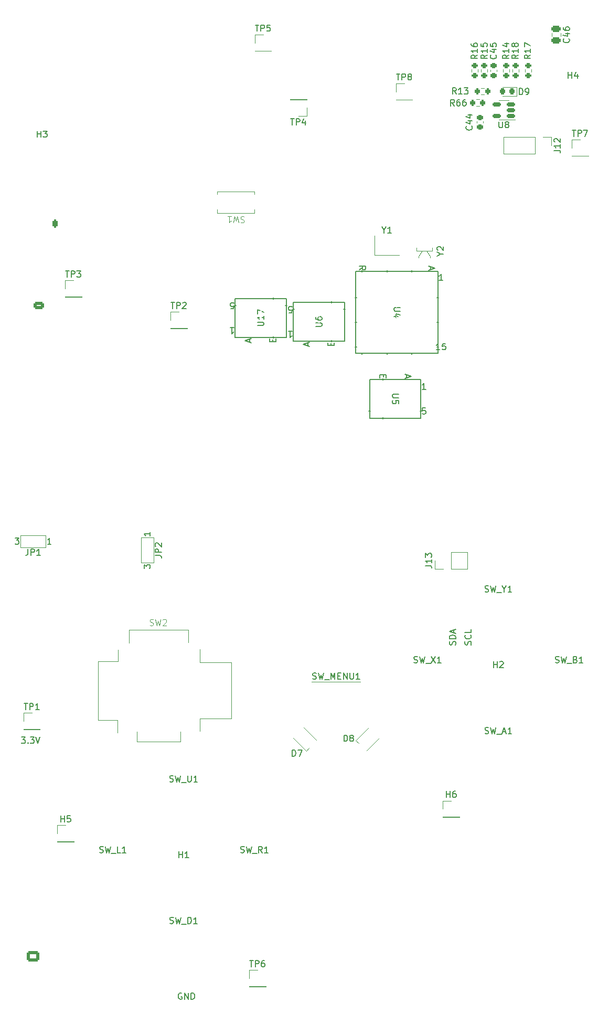
<source format=gto>
G04 #@! TF.GenerationSoftware,KiCad,Pcbnew,8.0.4*
G04 #@! TF.CreationDate,2024-09-06T21:03:00+01:00*
G04 #@! TF.ProjectId,gk-pcbv3,676b2d70-6362-4763-932e-6b696361645f,rev?*
G04 #@! TF.SameCoordinates,Original*
G04 #@! TF.FileFunction,Legend,Top*
G04 #@! TF.FilePolarity,Positive*
%FSLAX46Y46*%
G04 Gerber Fmt 4.6, Leading zero omitted, Abs format (unit mm)*
G04 Created by KiCad (PCBNEW 8.0.4) date 2024-09-06 21:03:00*
%MOMM*%
%LPD*%
G01*
G04 APERTURE LIST*
G04 Aperture macros list*
%AMRoundRect*
0 Rectangle with rounded corners*
0 $1 Rounding radius*
0 $2 $3 $4 $5 $6 $7 $8 $9 X,Y pos of 4 corners*
0 Add a 4 corners polygon primitive as box body*
4,1,4,$2,$3,$4,$5,$6,$7,$8,$9,$2,$3,0*
0 Add four circle primitives for the rounded corners*
1,1,$1+$1,$2,$3*
1,1,$1+$1,$4,$5*
1,1,$1+$1,$6,$7*
1,1,$1+$1,$8,$9*
0 Add four rect primitives between the rounded corners*
20,1,$1+$1,$2,$3,$4,$5,0*
20,1,$1+$1,$4,$5,$6,$7,0*
20,1,$1+$1,$6,$7,$8,$9,0*
20,1,$1+$1,$8,$9,$2,$3,0*%
%AMRotRect*
0 Rectangle, with rotation*
0 The origin of the aperture is its center*
0 $1 length*
0 $2 width*
0 $3 Rotation angle, in degrees counterclockwise*
0 Add horizontal line*
21,1,$1,$2,0,0,$3*%
G04 Aperture macros list end*
%ADD10C,0.150000*%
%ADD11C,0.100000*%
%ADD12C,0.120000*%
%ADD13C,0.152400*%
%ADD14R,1.500000X1.000000*%
%ADD15R,1.000000X1.500000*%
%ADD16R,1.700000X1.700000*%
%ADD17O,1.700000X1.700000*%
%ADD18R,1.600000X1.500000*%
%ADD19C,1.600000*%
%ADD20C,3.000000*%
%ADD21C,0.406400*%
%ADD22C,0.330200*%
%ADD23R,1.400000X1.150000*%
%ADD24RoundRect,0.218750X0.218750X0.256250X-0.218750X0.256250X-0.218750X-0.256250X0.218750X-0.256250X0*%
%ADD25C,3.200000*%
%ADD26RotRect,0.900000X0.800000X135.000000*%
%ADD27RoundRect,0.150000X0.512500X0.150000X-0.512500X0.150000X-0.512500X-0.150000X0.512500X-0.150000X0*%
%ADD28C,1.800000*%
%ADD29O,2.400000X5.000000*%
%ADD30O,2.300000X1.800000*%
%ADD31RoundRect,0.225000X-0.250000X0.225000X-0.250000X-0.225000X0.250000X-0.225000X0.250000X0.225000X0*%
%ADD32RoundRect,0.200000X0.275000X-0.200000X0.275000X0.200000X-0.275000X0.200000X-0.275000X-0.200000X0*%
%ADD33R,2.200000X6.500000*%
%ADD34C,1.000000*%
%ADD35RoundRect,0.200000X-0.200000X-0.275000X0.200000X-0.275000X0.200000X0.275000X-0.200000X0.275000X0*%
%ADD36RotRect,0.900000X0.800000X45.000000*%
%ADD37RoundRect,0.250000X-0.475000X0.250000X-0.475000X-0.250000X0.475000X-0.250000X0.475000X0.250000X0*%
%ADD38C,1.700000*%
%ADD39C,2.200000*%
%ADD40RoundRect,0.200000X0.200000X0.450000X-0.200000X0.450000X-0.200000X-0.450000X0.200000X-0.450000X0*%
%ADD41O,0.800000X1.300000*%
%ADD42O,1.000000X2.100000*%
%ADD43O,1.000000X1.600000*%
%ADD44C,0.650000*%
%ADD45R,1.600000X1.600000*%
%ADD46C,2.500000*%
%ADD47O,2.200000X4.000000*%
%ADD48O,4.000000X2.200000*%
%ADD49R,2.200000X4.000000*%
%ADD50RoundRect,0.250000X-0.750000X0.600000X-0.750000X-0.600000X0.750000X-0.600000X0.750000X0.600000X0*%
%ADD51O,2.000000X1.700000*%
%ADD52RoundRect,0.250000X-0.625000X0.350000X-0.625000X-0.350000X0.625000X-0.350000X0.625000X0.350000X0*%
%ADD53O,1.750000X1.200000*%
G04 APERTURE END LIST*
D10*
X47485941Y-134302619D02*
X48104988Y-134302619D01*
X48104988Y-134302619D02*
X47771655Y-134683571D01*
X47771655Y-134683571D02*
X47914512Y-134683571D01*
X47914512Y-134683571D02*
X48009750Y-134731190D01*
X48009750Y-134731190D02*
X48057369Y-134778809D01*
X48057369Y-134778809D02*
X48104988Y-134874047D01*
X48104988Y-134874047D02*
X48104988Y-135112142D01*
X48104988Y-135112142D02*
X48057369Y-135207380D01*
X48057369Y-135207380D02*
X48009750Y-135255000D01*
X48009750Y-135255000D02*
X47914512Y-135302619D01*
X47914512Y-135302619D02*
X47628798Y-135302619D01*
X47628798Y-135302619D02*
X47533560Y-135255000D01*
X47533560Y-135255000D02*
X47485941Y-135207380D01*
X48533560Y-135207380D02*
X48581179Y-135255000D01*
X48581179Y-135255000D02*
X48533560Y-135302619D01*
X48533560Y-135302619D02*
X48485941Y-135255000D01*
X48485941Y-135255000D02*
X48533560Y-135207380D01*
X48533560Y-135207380D02*
X48533560Y-135302619D01*
X48914512Y-134302619D02*
X49533559Y-134302619D01*
X49533559Y-134302619D02*
X49200226Y-134683571D01*
X49200226Y-134683571D02*
X49343083Y-134683571D01*
X49343083Y-134683571D02*
X49438321Y-134731190D01*
X49438321Y-134731190D02*
X49485940Y-134778809D01*
X49485940Y-134778809D02*
X49533559Y-134874047D01*
X49533559Y-134874047D02*
X49533559Y-135112142D01*
X49533559Y-135112142D02*
X49485940Y-135207380D01*
X49485940Y-135207380D02*
X49438321Y-135255000D01*
X49438321Y-135255000D02*
X49343083Y-135302619D01*
X49343083Y-135302619D02*
X49057369Y-135302619D01*
X49057369Y-135302619D02*
X48962131Y-135255000D01*
X48962131Y-135255000D02*
X48914512Y-135207380D01*
X49819274Y-134302619D02*
X50152607Y-135302619D01*
X50152607Y-135302619D02*
X50485940Y-134302619D01*
X120022200Y-119410839D02*
X120069819Y-119267982D01*
X120069819Y-119267982D02*
X120069819Y-119029887D01*
X120069819Y-119029887D02*
X120022200Y-118934649D01*
X120022200Y-118934649D02*
X119974580Y-118887030D01*
X119974580Y-118887030D02*
X119879342Y-118839411D01*
X119879342Y-118839411D02*
X119784104Y-118839411D01*
X119784104Y-118839411D02*
X119688866Y-118887030D01*
X119688866Y-118887030D02*
X119641247Y-118934649D01*
X119641247Y-118934649D02*
X119593628Y-119029887D01*
X119593628Y-119029887D02*
X119546009Y-119220363D01*
X119546009Y-119220363D02*
X119498390Y-119315601D01*
X119498390Y-119315601D02*
X119450771Y-119363220D01*
X119450771Y-119363220D02*
X119355533Y-119410839D01*
X119355533Y-119410839D02*
X119260295Y-119410839D01*
X119260295Y-119410839D02*
X119165057Y-119363220D01*
X119165057Y-119363220D02*
X119117438Y-119315601D01*
X119117438Y-119315601D02*
X119069819Y-119220363D01*
X119069819Y-119220363D02*
X119069819Y-118982268D01*
X119069819Y-118982268D02*
X119117438Y-118839411D01*
X119974580Y-117839411D02*
X120022200Y-117887030D01*
X120022200Y-117887030D02*
X120069819Y-118029887D01*
X120069819Y-118029887D02*
X120069819Y-118125125D01*
X120069819Y-118125125D02*
X120022200Y-118267982D01*
X120022200Y-118267982D02*
X119926961Y-118363220D01*
X119926961Y-118363220D02*
X119831723Y-118410839D01*
X119831723Y-118410839D02*
X119641247Y-118458458D01*
X119641247Y-118458458D02*
X119498390Y-118458458D01*
X119498390Y-118458458D02*
X119307914Y-118410839D01*
X119307914Y-118410839D02*
X119212676Y-118363220D01*
X119212676Y-118363220D02*
X119117438Y-118267982D01*
X119117438Y-118267982D02*
X119069819Y-118125125D01*
X119069819Y-118125125D02*
X119069819Y-118029887D01*
X119069819Y-118029887D02*
X119117438Y-117887030D01*
X119117438Y-117887030D02*
X119165057Y-117839411D01*
X120069819Y-116934649D02*
X120069819Y-117410839D01*
X120069819Y-117410839D02*
X119069819Y-117410839D01*
X117522200Y-119410839D02*
X117569819Y-119267982D01*
X117569819Y-119267982D02*
X117569819Y-119029887D01*
X117569819Y-119029887D02*
X117522200Y-118934649D01*
X117522200Y-118934649D02*
X117474580Y-118887030D01*
X117474580Y-118887030D02*
X117379342Y-118839411D01*
X117379342Y-118839411D02*
X117284104Y-118839411D01*
X117284104Y-118839411D02*
X117188866Y-118887030D01*
X117188866Y-118887030D02*
X117141247Y-118934649D01*
X117141247Y-118934649D02*
X117093628Y-119029887D01*
X117093628Y-119029887D02*
X117046009Y-119220363D01*
X117046009Y-119220363D02*
X116998390Y-119315601D01*
X116998390Y-119315601D02*
X116950771Y-119363220D01*
X116950771Y-119363220D02*
X116855533Y-119410839D01*
X116855533Y-119410839D02*
X116760295Y-119410839D01*
X116760295Y-119410839D02*
X116665057Y-119363220D01*
X116665057Y-119363220D02*
X116617438Y-119315601D01*
X116617438Y-119315601D02*
X116569819Y-119220363D01*
X116569819Y-119220363D02*
X116569819Y-118982268D01*
X116569819Y-118982268D02*
X116617438Y-118839411D01*
X117569819Y-118410839D02*
X116569819Y-118410839D01*
X116569819Y-118410839D02*
X116569819Y-118172744D01*
X116569819Y-118172744D02*
X116617438Y-118029887D01*
X116617438Y-118029887D02*
X116712676Y-117934649D01*
X116712676Y-117934649D02*
X116807914Y-117887030D01*
X116807914Y-117887030D02*
X116998390Y-117839411D01*
X116998390Y-117839411D02*
X117141247Y-117839411D01*
X117141247Y-117839411D02*
X117331723Y-117887030D01*
X117331723Y-117887030D02*
X117426961Y-117934649D01*
X117426961Y-117934649D02*
X117522200Y-118029887D01*
X117522200Y-118029887D02*
X117569819Y-118172744D01*
X117569819Y-118172744D02*
X117569819Y-118410839D01*
X117284104Y-117458458D02*
X117284104Y-116982268D01*
X117569819Y-117553696D02*
X116569819Y-117220363D01*
X116569819Y-117220363D02*
X117569819Y-116887030D01*
X73360588Y-175617438D02*
X73265350Y-175569819D01*
X73265350Y-175569819D02*
X73122493Y-175569819D01*
X73122493Y-175569819D02*
X72979636Y-175617438D01*
X72979636Y-175617438D02*
X72884398Y-175712676D01*
X72884398Y-175712676D02*
X72836779Y-175807914D01*
X72836779Y-175807914D02*
X72789160Y-175998390D01*
X72789160Y-175998390D02*
X72789160Y-176141247D01*
X72789160Y-176141247D02*
X72836779Y-176331723D01*
X72836779Y-176331723D02*
X72884398Y-176426961D01*
X72884398Y-176426961D02*
X72979636Y-176522200D01*
X72979636Y-176522200D02*
X73122493Y-176569819D01*
X73122493Y-176569819D02*
X73217731Y-176569819D01*
X73217731Y-176569819D02*
X73360588Y-176522200D01*
X73360588Y-176522200D02*
X73408207Y-176474580D01*
X73408207Y-176474580D02*
X73408207Y-176141247D01*
X73408207Y-176141247D02*
X73217731Y-176141247D01*
X73836779Y-176569819D02*
X73836779Y-175569819D01*
X73836779Y-175569819D02*
X74408207Y-176569819D01*
X74408207Y-176569819D02*
X74408207Y-175569819D01*
X74884398Y-176569819D02*
X74884398Y-175569819D01*
X74884398Y-175569819D02*
X75122493Y-175569819D01*
X75122493Y-175569819D02*
X75265350Y-175617438D01*
X75265350Y-175617438D02*
X75360588Y-175712676D01*
X75360588Y-175712676D02*
X75408207Y-175807914D01*
X75408207Y-175807914D02*
X75455826Y-175998390D01*
X75455826Y-175998390D02*
X75455826Y-176141247D01*
X75455826Y-176141247D02*
X75408207Y-176331723D01*
X75408207Y-176331723D02*
X75360588Y-176426961D01*
X75360588Y-176426961D02*
X75265350Y-176522200D01*
X75265350Y-176522200D02*
X75122493Y-176569819D01*
X75122493Y-176569819D02*
X74884398Y-176569819D01*
X69072819Y-104973333D02*
X69787104Y-104973333D01*
X69787104Y-104973333D02*
X69929961Y-105020952D01*
X69929961Y-105020952D02*
X70025200Y-105116190D01*
X70025200Y-105116190D02*
X70072819Y-105259047D01*
X70072819Y-105259047D02*
X70072819Y-105354285D01*
X70072819Y-104497142D02*
X69072819Y-104497142D01*
X69072819Y-104497142D02*
X69072819Y-104116190D01*
X69072819Y-104116190D02*
X69120438Y-104020952D01*
X69120438Y-104020952D02*
X69168057Y-103973333D01*
X69168057Y-103973333D02*
X69263295Y-103925714D01*
X69263295Y-103925714D02*
X69406152Y-103925714D01*
X69406152Y-103925714D02*
X69501390Y-103973333D01*
X69501390Y-103973333D02*
X69549009Y-104020952D01*
X69549009Y-104020952D02*
X69596628Y-104116190D01*
X69596628Y-104116190D02*
X69596628Y-104497142D01*
X69168057Y-103544761D02*
X69120438Y-103497142D01*
X69120438Y-103497142D02*
X69072819Y-103401904D01*
X69072819Y-103401904D02*
X69072819Y-103163809D01*
X69072819Y-103163809D02*
X69120438Y-103068571D01*
X69120438Y-103068571D02*
X69168057Y-103020952D01*
X69168057Y-103020952D02*
X69263295Y-102973333D01*
X69263295Y-102973333D02*
X69358533Y-102973333D01*
X69358533Y-102973333D02*
X69501390Y-103020952D01*
X69501390Y-103020952D02*
X70072819Y-103592380D01*
X70072819Y-103592380D02*
X70072819Y-102973333D01*
X68272819Y-101254285D02*
X68272819Y-101825713D01*
X68272819Y-101539999D02*
X67272819Y-101539999D01*
X67272819Y-101539999D02*
X67415676Y-101635237D01*
X67415676Y-101635237D02*
X67510914Y-101730475D01*
X67510914Y-101730475D02*
X67558533Y-101825713D01*
X67272819Y-107073332D02*
X67272819Y-106454285D01*
X67272819Y-106454285D02*
X67653771Y-106787618D01*
X67653771Y-106787618D02*
X67653771Y-106644761D01*
X67653771Y-106644761D02*
X67701390Y-106549523D01*
X67701390Y-106549523D02*
X67749009Y-106501904D01*
X67749009Y-106501904D02*
X67844247Y-106454285D01*
X67844247Y-106454285D02*
X68082342Y-106454285D01*
X68082342Y-106454285D02*
X68177580Y-106501904D01*
X68177580Y-106501904D02*
X68225200Y-106549523D01*
X68225200Y-106549523D02*
X68272819Y-106644761D01*
X68272819Y-106644761D02*
X68272819Y-106930475D01*
X68272819Y-106930475D02*
X68225200Y-107025713D01*
X68225200Y-107025713D02*
X68177580Y-107073332D01*
X48544266Y-103972419D02*
X48544266Y-104686704D01*
X48544266Y-104686704D02*
X48496647Y-104829561D01*
X48496647Y-104829561D02*
X48401409Y-104924800D01*
X48401409Y-104924800D02*
X48258552Y-104972419D01*
X48258552Y-104972419D02*
X48163314Y-104972419D01*
X49020457Y-104972419D02*
X49020457Y-103972419D01*
X49020457Y-103972419D02*
X49401409Y-103972419D01*
X49401409Y-103972419D02*
X49496647Y-104020038D01*
X49496647Y-104020038D02*
X49544266Y-104067657D01*
X49544266Y-104067657D02*
X49591885Y-104162895D01*
X49591885Y-104162895D02*
X49591885Y-104305752D01*
X49591885Y-104305752D02*
X49544266Y-104400990D01*
X49544266Y-104400990D02*
X49496647Y-104448609D01*
X49496647Y-104448609D02*
X49401409Y-104496228D01*
X49401409Y-104496228D02*
X49020457Y-104496228D01*
X50544266Y-104972419D02*
X49972838Y-104972419D01*
X50258552Y-104972419D02*
X50258552Y-103972419D01*
X50258552Y-103972419D02*
X50163314Y-104115276D01*
X50163314Y-104115276D02*
X50068076Y-104210514D01*
X50068076Y-104210514D02*
X49972838Y-104258133D01*
X52263314Y-103172419D02*
X51691886Y-103172419D01*
X51977600Y-103172419D02*
X51977600Y-102172419D01*
X51977600Y-102172419D02*
X51882362Y-102315276D01*
X51882362Y-102315276D02*
X51787124Y-102410514D01*
X51787124Y-102410514D02*
X51691886Y-102458133D01*
X46444267Y-102172419D02*
X47063314Y-102172419D01*
X47063314Y-102172419D02*
X46729981Y-102553371D01*
X46729981Y-102553371D02*
X46872838Y-102553371D01*
X46872838Y-102553371D02*
X46968076Y-102600990D01*
X46968076Y-102600990D02*
X47015695Y-102648609D01*
X47015695Y-102648609D02*
X47063314Y-102743847D01*
X47063314Y-102743847D02*
X47063314Y-102981942D01*
X47063314Y-102981942D02*
X47015695Y-103077180D01*
X47015695Y-103077180D02*
X46968076Y-103124800D01*
X46968076Y-103124800D02*
X46872838Y-103172419D01*
X46872838Y-103172419D02*
X46587124Y-103172419D01*
X46587124Y-103172419D02*
X46491886Y-103124800D01*
X46491886Y-103124800D02*
X46444267Y-103077180D01*
X133468819Y-39671523D02*
X134183104Y-39671523D01*
X134183104Y-39671523D02*
X134325961Y-39719142D01*
X134325961Y-39719142D02*
X134421200Y-39814380D01*
X134421200Y-39814380D02*
X134468819Y-39957237D01*
X134468819Y-39957237D02*
X134468819Y-40052475D01*
X134468819Y-38671523D02*
X134468819Y-39242951D01*
X134468819Y-38957237D02*
X133468819Y-38957237D01*
X133468819Y-38957237D02*
X133611676Y-39052475D01*
X133611676Y-39052475D02*
X133706914Y-39147713D01*
X133706914Y-39147713D02*
X133754533Y-39242951D01*
X133564057Y-38290570D02*
X133516438Y-38242951D01*
X133516438Y-38242951D02*
X133468819Y-38147713D01*
X133468819Y-38147713D02*
X133468819Y-37909618D01*
X133468819Y-37909618D02*
X133516438Y-37814380D01*
X133516438Y-37814380D02*
X133564057Y-37766761D01*
X133564057Y-37766761D02*
X133659295Y-37719142D01*
X133659295Y-37719142D02*
X133754533Y-37719142D01*
X133754533Y-37719142D02*
X133897390Y-37766761D01*
X133897390Y-37766761D02*
X134468819Y-38338189D01*
X134468819Y-38338189D02*
X134468819Y-37719142D01*
X85584019Y-67910894D02*
X86393542Y-67910894D01*
X86393542Y-67910894D02*
X86488780Y-67863275D01*
X86488780Y-67863275D02*
X86536400Y-67815656D01*
X86536400Y-67815656D02*
X86584019Y-67720418D01*
X86584019Y-67720418D02*
X86584019Y-67529942D01*
X86584019Y-67529942D02*
X86536400Y-67434704D01*
X86536400Y-67434704D02*
X86488780Y-67387085D01*
X86488780Y-67387085D02*
X86393542Y-67339466D01*
X86393542Y-67339466D02*
X85584019Y-67339466D01*
X86584019Y-66339466D02*
X86584019Y-66910894D01*
X86584019Y-66625180D02*
X85584019Y-66625180D01*
X85584019Y-66625180D02*
X85726876Y-66720418D01*
X85726876Y-66720418D02*
X85822114Y-66815656D01*
X85822114Y-66815656D02*
X85869733Y-66910894D01*
X85584019Y-66006132D02*
X85584019Y-65339466D01*
X85584019Y-65339466D02*
X86584019Y-65768037D01*
X84298304Y-70543094D02*
X84298304Y-70066904D01*
X84584019Y-70638332D02*
X83584019Y-70304999D01*
X83584019Y-70304999D02*
X84584019Y-69971666D01*
X88060209Y-70519285D02*
X88060209Y-70185952D01*
X88584019Y-70043095D02*
X88584019Y-70519285D01*
X88584019Y-70519285D02*
X87584019Y-70519285D01*
X87584019Y-70519285D02*
X87584019Y-70043095D01*
X81207985Y-68217980D02*
X81779413Y-68217980D01*
X81493699Y-68217980D02*
X81493699Y-69217980D01*
X81493699Y-69217980D02*
X81588937Y-69075123D01*
X81588937Y-69075123D02*
X81684175Y-68979885D01*
X81684175Y-68979885D02*
X81779413Y-68932266D01*
X81255604Y-65217980D02*
X81731794Y-65217980D01*
X81731794Y-65217980D02*
X81779413Y-64741790D01*
X81779413Y-64741790D02*
X81731794Y-64789409D01*
X81731794Y-64789409D02*
X81636556Y-64837028D01*
X81636556Y-64837028D02*
X81398461Y-64837028D01*
X81398461Y-64837028D02*
X81303223Y-64789409D01*
X81303223Y-64789409D02*
X81255604Y-64741790D01*
X81255604Y-64741790D02*
X81207985Y-64646552D01*
X81207985Y-64646552D02*
X81207985Y-64408457D01*
X81207985Y-64408457D02*
X81255604Y-64313219D01*
X81255604Y-64313219D02*
X81303223Y-64265600D01*
X81303223Y-64265600D02*
X81398461Y-64217980D01*
X81398461Y-64217980D02*
X81636556Y-64217980D01*
X81636556Y-64217980D02*
X81731794Y-64265600D01*
X81731794Y-64265600D02*
X81779413Y-64313219D01*
X94982019Y-68044304D02*
X95791542Y-68044304D01*
X95791542Y-68044304D02*
X95886780Y-67996685D01*
X95886780Y-67996685D02*
X95934400Y-67949066D01*
X95934400Y-67949066D02*
X95982019Y-67853828D01*
X95982019Y-67853828D02*
X95982019Y-67663352D01*
X95982019Y-67663352D02*
X95934400Y-67568114D01*
X95934400Y-67568114D02*
X95886780Y-67520495D01*
X95886780Y-67520495D02*
X95791542Y-67472876D01*
X95791542Y-67472876D02*
X94982019Y-67472876D01*
X94982019Y-66568114D02*
X94982019Y-66758590D01*
X94982019Y-66758590D02*
X95029638Y-66853828D01*
X95029638Y-66853828D02*
X95077257Y-66901447D01*
X95077257Y-66901447D02*
X95220114Y-66996685D01*
X95220114Y-66996685D02*
X95410590Y-67044304D01*
X95410590Y-67044304D02*
X95791542Y-67044304D01*
X95791542Y-67044304D02*
X95886780Y-66996685D01*
X95886780Y-66996685D02*
X95934400Y-66949066D01*
X95934400Y-66949066D02*
X95982019Y-66853828D01*
X95982019Y-66853828D02*
X95982019Y-66663352D01*
X95982019Y-66663352D02*
X95934400Y-66568114D01*
X95934400Y-66568114D02*
X95886780Y-66520495D01*
X95886780Y-66520495D02*
X95791542Y-66472876D01*
X95791542Y-66472876D02*
X95553447Y-66472876D01*
X95553447Y-66472876D02*
X95458209Y-66520495D01*
X95458209Y-66520495D02*
X95410590Y-66568114D01*
X95410590Y-66568114D02*
X95362971Y-66663352D01*
X95362971Y-66663352D02*
X95362971Y-66853828D01*
X95362971Y-66853828D02*
X95410590Y-66949066D01*
X95410590Y-66949066D02*
X95458209Y-66996685D01*
X95458209Y-66996685D02*
X95553447Y-67044304D01*
X93696304Y-71152694D02*
X93696304Y-70676504D01*
X93982019Y-71247932D02*
X92982019Y-70914599D01*
X92982019Y-70914599D02*
X93982019Y-70581266D01*
X97458209Y-71128885D02*
X97458209Y-70795552D01*
X97982019Y-70652695D02*
X97982019Y-71128885D01*
X97982019Y-71128885D02*
X96982019Y-71128885D01*
X96982019Y-71128885D02*
X96982019Y-70652695D01*
X90605985Y-68827580D02*
X91177413Y-68827580D01*
X90891699Y-68827580D02*
X90891699Y-69827580D01*
X90891699Y-69827580D02*
X90986937Y-69684723D01*
X90986937Y-69684723D02*
X91082175Y-69589485D01*
X91082175Y-69589485D02*
X91177413Y-69541866D01*
X90653604Y-65827580D02*
X91129794Y-65827580D01*
X91129794Y-65827580D02*
X91177413Y-65351390D01*
X91177413Y-65351390D02*
X91129794Y-65399009D01*
X91129794Y-65399009D02*
X91034556Y-65446628D01*
X91034556Y-65446628D02*
X90796461Y-65446628D01*
X90796461Y-65446628D02*
X90701223Y-65399009D01*
X90701223Y-65399009D02*
X90653604Y-65351390D01*
X90653604Y-65351390D02*
X90605985Y-65256152D01*
X90605985Y-65256152D02*
X90605985Y-65018057D01*
X90605985Y-65018057D02*
X90653604Y-64922819D01*
X90653604Y-64922819D02*
X90701223Y-64875200D01*
X90701223Y-64875200D02*
X90796461Y-64827580D01*
X90796461Y-64827580D02*
X91034556Y-64827580D01*
X91034556Y-64827580D02*
X91129794Y-64875200D01*
X91129794Y-64875200D02*
X91177413Y-64922819D01*
X108365980Y-78966495D02*
X107556457Y-78966495D01*
X107556457Y-78966495D02*
X107461219Y-79014114D01*
X107461219Y-79014114D02*
X107413600Y-79061733D01*
X107413600Y-79061733D02*
X107365980Y-79156971D01*
X107365980Y-79156971D02*
X107365980Y-79347447D01*
X107365980Y-79347447D02*
X107413600Y-79442685D01*
X107413600Y-79442685D02*
X107461219Y-79490304D01*
X107461219Y-79490304D02*
X107556457Y-79537923D01*
X107556457Y-79537923D02*
X108365980Y-79537923D01*
X108365980Y-80490304D02*
X108365980Y-80014114D01*
X108365980Y-80014114D02*
X107889790Y-79966495D01*
X107889790Y-79966495D02*
X107937409Y-80014114D01*
X107937409Y-80014114D02*
X107985028Y-80109352D01*
X107985028Y-80109352D02*
X107985028Y-80347447D01*
X107985028Y-80347447D02*
X107937409Y-80442685D01*
X107937409Y-80442685D02*
X107889790Y-80490304D01*
X107889790Y-80490304D02*
X107794552Y-80537923D01*
X107794552Y-80537923D02*
X107556457Y-80537923D01*
X107556457Y-80537923D02*
X107461219Y-80490304D01*
X107461219Y-80490304D02*
X107413600Y-80442685D01*
X107413600Y-80442685D02*
X107365980Y-80347447D01*
X107365980Y-80347447D02*
X107365980Y-80109352D01*
X107365980Y-80109352D02*
X107413600Y-80014114D01*
X107413600Y-80014114D02*
X107461219Y-79966495D01*
X109651695Y-75858105D02*
X109651695Y-76334295D01*
X109365980Y-75762867D02*
X110365980Y-76096200D01*
X110365980Y-76096200D02*
X109365980Y-76429533D01*
X105889790Y-75881914D02*
X105889790Y-76215247D01*
X105365980Y-76358104D02*
X105365980Y-75881914D01*
X105365980Y-75881914D02*
X106365980Y-75881914D01*
X106365980Y-75881914D02*
X106365980Y-76358104D01*
X112742014Y-78183219D02*
X112170586Y-78183219D01*
X112456300Y-78183219D02*
X112456300Y-77183219D01*
X112456300Y-77183219D02*
X112361062Y-77326076D01*
X112361062Y-77326076D02*
X112265824Y-77421314D01*
X112265824Y-77421314D02*
X112170586Y-77468933D01*
X112694395Y-81183219D02*
X112218205Y-81183219D01*
X112218205Y-81183219D02*
X112170586Y-81659409D01*
X112170586Y-81659409D02*
X112218205Y-81611790D01*
X112218205Y-81611790D02*
X112313443Y-81564171D01*
X112313443Y-81564171D02*
X112551538Y-81564171D01*
X112551538Y-81564171D02*
X112646776Y-81611790D01*
X112646776Y-81611790D02*
X112694395Y-81659409D01*
X112694395Y-81659409D02*
X112742014Y-81754647D01*
X112742014Y-81754647D02*
X112742014Y-81992742D01*
X112742014Y-81992742D02*
X112694395Y-82087980D01*
X112694395Y-82087980D02*
X112646776Y-82135600D01*
X112646776Y-82135600D02*
X112551538Y-82183219D01*
X112551538Y-82183219D02*
X112313443Y-82183219D01*
X112313443Y-82183219D02*
X112218205Y-82135600D01*
X112218205Y-82135600D02*
X112170586Y-82087980D01*
X106000609Y-52494228D02*
X106000609Y-52970419D01*
X105667276Y-51970419D02*
X106000609Y-52494228D01*
X106000609Y-52494228D02*
X106333942Y-51970419D01*
X107191085Y-52970419D02*
X106619657Y-52970419D01*
X106905371Y-52970419D02*
X106905371Y-51970419D01*
X106905371Y-51970419D02*
X106810133Y-52113276D01*
X106810133Y-52113276D02*
X106714895Y-52208514D01*
X106714895Y-52208514D02*
X106619657Y-52256133D01*
X82875714Y-152887200D02*
X83018571Y-152934819D01*
X83018571Y-152934819D02*
X83256666Y-152934819D01*
X83256666Y-152934819D02*
X83351904Y-152887200D01*
X83351904Y-152887200D02*
X83399523Y-152839580D01*
X83399523Y-152839580D02*
X83447142Y-152744342D01*
X83447142Y-152744342D02*
X83447142Y-152649104D01*
X83447142Y-152649104D02*
X83399523Y-152553866D01*
X83399523Y-152553866D02*
X83351904Y-152506247D01*
X83351904Y-152506247D02*
X83256666Y-152458628D01*
X83256666Y-152458628D02*
X83066190Y-152411009D01*
X83066190Y-152411009D02*
X82970952Y-152363390D01*
X82970952Y-152363390D02*
X82923333Y-152315771D01*
X82923333Y-152315771D02*
X82875714Y-152220533D01*
X82875714Y-152220533D02*
X82875714Y-152125295D01*
X82875714Y-152125295D02*
X82923333Y-152030057D01*
X82923333Y-152030057D02*
X82970952Y-151982438D01*
X82970952Y-151982438D02*
X83066190Y-151934819D01*
X83066190Y-151934819D02*
X83304285Y-151934819D01*
X83304285Y-151934819D02*
X83447142Y-151982438D01*
X83780476Y-151934819D02*
X84018571Y-152934819D01*
X84018571Y-152934819D02*
X84209047Y-152220533D01*
X84209047Y-152220533D02*
X84399523Y-152934819D01*
X84399523Y-152934819D02*
X84637619Y-151934819D01*
X84780476Y-153030057D02*
X85542380Y-153030057D01*
X86351904Y-152934819D02*
X86018571Y-152458628D01*
X85780476Y-152934819D02*
X85780476Y-151934819D01*
X85780476Y-151934819D02*
X86161428Y-151934819D01*
X86161428Y-151934819D02*
X86256666Y-151982438D01*
X86256666Y-151982438D02*
X86304285Y-152030057D01*
X86304285Y-152030057D02*
X86351904Y-152125295D01*
X86351904Y-152125295D02*
X86351904Y-152268152D01*
X86351904Y-152268152D02*
X86304285Y-152363390D01*
X86304285Y-152363390D02*
X86256666Y-152411009D01*
X86256666Y-152411009D02*
X86161428Y-152458628D01*
X86161428Y-152458628D02*
X85780476Y-152458628D01*
X87304285Y-152934819D02*
X86732857Y-152934819D01*
X87018571Y-152934819D02*
X87018571Y-151934819D01*
X87018571Y-151934819D02*
X86923333Y-152077676D01*
X86923333Y-152077676D02*
X86828095Y-152172914D01*
X86828095Y-152172914D02*
X86732857Y-152220533D01*
X127861905Y-30654819D02*
X127861905Y-29654819D01*
X127861905Y-29654819D02*
X128100000Y-29654819D01*
X128100000Y-29654819D02*
X128242857Y-29702438D01*
X128242857Y-29702438D02*
X128338095Y-29797676D01*
X128338095Y-29797676D02*
X128385714Y-29892914D01*
X128385714Y-29892914D02*
X128433333Y-30083390D01*
X128433333Y-30083390D02*
X128433333Y-30226247D01*
X128433333Y-30226247D02*
X128385714Y-30416723D01*
X128385714Y-30416723D02*
X128338095Y-30511961D01*
X128338095Y-30511961D02*
X128242857Y-30607200D01*
X128242857Y-30607200D02*
X128100000Y-30654819D01*
X128100000Y-30654819D02*
X127861905Y-30654819D01*
X128909524Y-30654819D02*
X129100000Y-30654819D01*
X129100000Y-30654819D02*
X129195238Y-30607200D01*
X129195238Y-30607200D02*
X129242857Y-30559580D01*
X129242857Y-30559580D02*
X129338095Y-30416723D01*
X129338095Y-30416723D02*
X129385714Y-30226247D01*
X129385714Y-30226247D02*
X129385714Y-29845295D01*
X129385714Y-29845295D02*
X129338095Y-29750057D01*
X129338095Y-29750057D02*
X129290476Y-29702438D01*
X129290476Y-29702438D02*
X129195238Y-29654819D01*
X129195238Y-29654819D02*
X129004762Y-29654819D01*
X129004762Y-29654819D02*
X128909524Y-29702438D01*
X128909524Y-29702438D02*
X128861905Y-29750057D01*
X128861905Y-29750057D02*
X128814286Y-29845295D01*
X128814286Y-29845295D02*
X128814286Y-30083390D01*
X128814286Y-30083390D02*
X128861905Y-30178628D01*
X128861905Y-30178628D02*
X128909524Y-30226247D01*
X128909524Y-30226247D02*
X129004762Y-30273866D01*
X129004762Y-30273866D02*
X129195238Y-30273866D01*
X129195238Y-30273866D02*
X129290476Y-30226247D01*
X129290476Y-30226247D02*
X129338095Y-30178628D01*
X129338095Y-30178628D02*
X129385714Y-30083390D01*
X72898095Y-153734819D02*
X72898095Y-152734819D01*
X72898095Y-153211009D02*
X73469523Y-153211009D01*
X73469523Y-153734819D02*
X73469523Y-152734819D01*
X74469523Y-153734819D02*
X73898095Y-153734819D01*
X74183809Y-153734819D02*
X74183809Y-152734819D01*
X74183809Y-152734819D02*
X74088571Y-152877676D01*
X74088571Y-152877676D02*
X73993333Y-152972914D01*
X73993333Y-152972914D02*
X73898095Y-153020533D01*
X60110952Y-152887200D02*
X60253809Y-152934819D01*
X60253809Y-152934819D02*
X60491904Y-152934819D01*
X60491904Y-152934819D02*
X60587142Y-152887200D01*
X60587142Y-152887200D02*
X60634761Y-152839580D01*
X60634761Y-152839580D02*
X60682380Y-152744342D01*
X60682380Y-152744342D02*
X60682380Y-152649104D01*
X60682380Y-152649104D02*
X60634761Y-152553866D01*
X60634761Y-152553866D02*
X60587142Y-152506247D01*
X60587142Y-152506247D02*
X60491904Y-152458628D01*
X60491904Y-152458628D02*
X60301428Y-152411009D01*
X60301428Y-152411009D02*
X60206190Y-152363390D01*
X60206190Y-152363390D02*
X60158571Y-152315771D01*
X60158571Y-152315771D02*
X60110952Y-152220533D01*
X60110952Y-152220533D02*
X60110952Y-152125295D01*
X60110952Y-152125295D02*
X60158571Y-152030057D01*
X60158571Y-152030057D02*
X60206190Y-151982438D01*
X60206190Y-151982438D02*
X60301428Y-151934819D01*
X60301428Y-151934819D02*
X60539523Y-151934819D01*
X60539523Y-151934819D02*
X60682380Y-151982438D01*
X61015714Y-151934819D02*
X61253809Y-152934819D01*
X61253809Y-152934819D02*
X61444285Y-152220533D01*
X61444285Y-152220533D02*
X61634761Y-152934819D01*
X61634761Y-152934819D02*
X61872857Y-151934819D01*
X62015714Y-153030057D02*
X62777618Y-153030057D01*
X63491904Y-152934819D02*
X63015714Y-152934819D01*
X63015714Y-152934819D02*
X63015714Y-151934819D01*
X64349047Y-152934819D02*
X63777619Y-152934819D01*
X64063333Y-152934819D02*
X64063333Y-151934819D01*
X64063333Y-151934819D02*
X63968095Y-152077676D01*
X63968095Y-152077676D02*
X63872857Y-152172914D01*
X63872857Y-152172914D02*
X63777619Y-152220533D01*
X71421905Y-141457200D02*
X71564762Y-141504819D01*
X71564762Y-141504819D02*
X71802857Y-141504819D01*
X71802857Y-141504819D02*
X71898095Y-141457200D01*
X71898095Y-141457200D02*
X71945714Y-141409580D01*
X71945714Y-141409580D02*
X71993333Y-141314342D01*
X71993333Y-141314342D02*
X71993333Y-141219104D01*
X71993333Y-141219104D02*
X71945714Y-141123866D01*
X71945714Y-141123866D02*
X71898095Y-141076247D01*
X71898095Y-141076247D02*
X71802857Y-141028628D01*
X71802857Y-141028628D02*
X71612381Y-140981009D01*
X71612381Y-140981009D02*
X71517143Y-140933390D01*
X71517143Y-140933390D02*
X71469524Y-140885771D01*
X71469524Y-140885771D02*
X71421905Y-140790533D01*
X71421905Y-140790533D02*
X71421905Y-140695295D01*
X71421905Y-140695295D02*
X71469524Y-140600057D01*
X71469524Y-140600057D02*
X71517143Y-140552438D01*
X71517143Y-140552438D02*
X71612381Y-140504819D01*
X71612381Y-140504819D02*
X71850476Y-140504819D01*
X71850476Y-140504819D02*
X71993333Y-140552438D01*
X72326667Y-140504819D02*
X72564762Y-141504819D01*
X72564762Y-141504819D02*
X72755238Y-140790533D01*
X72755238Y-140790533D02*
X72945714Y-141504819D01*
X72945714Y-141504819D02*
X73183810Y-140504819D01*
X73326667Y-141600057D02*
X74088571Y-141600057D01*
X74326667Y-140504819D02*
X74326667Y-141314342D01*
X74326667Y-141314342D02*
X74374286Y-141409580D01*
X74374286Y-141409580D02*
X74421905Y-141457200D01*
X74421905Y-141457200D02*
X74517143Y-141504819D01*
X74517143Y-141504819D02*
X74707619Y-141504819D01*
X74707619Y-141504819D02*
X74802857Y-141457200D01*
X74802857Y-141457200D02*
X74850476Y-141409580D01*
X74850476Y-141409580D02*
X74898095Y-141314342D01*
X74898095Y-141314342D02*
X74898095Y-140504819D01*
X75898095Y-141504819D02*
X75326667Y-141504819D01*
X75612381Y-141504819D02*
X75612381Y-140504819D01*
X75612381Y-140504819D02*
X75517143Y-140647676D01*
X75517143Y-140647676D02*
X75421905Y-140742914D01*
X75421905Y-140742914D02*
X75326667Y-140790533D01*
X91211905Y-137371620D02*
X91211905Y-136371620D01*
X91211905Y-136371620D02*
X91450000Y-136371620D01*
X91450000Y-136371620D02*
X91592857Y-136419239D01*
X91592857Y-136419239D02*
X91688095Y-136514477D01*
X91688095Y-136514477D02*
X91735714Y-136609715D01*
X91735714Y-136609715D02*
X91783333Y-136800191D01*
X91783333Y-136800191D02*
X91783333Y-136943048D01*
X91783333Y-136943048D02*
X91735714Y-137133524D01*
X91735714Y-137133524D02*
X91688095Y-137228762D01*
X91688095Y-137228762D02*
X91592857Y-137324001D01*
X91592857Y-137324001D02*
X91450000Y-137371620D01*
X91450000Y-137371620D02*
X91211905Y-137371620D01*
X92116667Y-136371620D02*
X92783333Y-136371620D01*
X92783333Y-136371620D02*
X92354762Y-137371620D01*
X136406095Y-36367819D02*
X136977523Y-36367819D01*
X136691809Y-37367819D02*
X136691809Y-36367819D01*
X137310857Y-37367819D02*
X137310857Y-36367819D01*
X137310857Y-36367819D02*
X137691809Y-36367819D01*
X137691809Y-36367819D02*
X137787047Y-36415438D01*
X137787047Y-36415438D02*
X137834666Y-36463057D01*
X137834666Y-36463057D02*
X137882285Y-36558295D01*
X137882285Y-36558295D02*
X137882285Y-36701152D01*
X137882285Y-36701152D02*
X137834666Y-36796390D01*
X137834666Y-36796390D02*
X137787047Y-36844009D01*
X137787047Y-36844009D02*
X137691809Y-36891628D01*
X137691809Y-36891628D02*
X137310857Y-36891628D01*
X138215619Y-36367819D02*
X138882285Y-36367819D01*
X138882285Y-36367819D02*
X138453714Y-37367819D01*
X90940095Y-34550819D02*
X91511523Y-34550819D01*
X91225809Y-35550819D02*
X91225809Y-34550819D01*
X91844857Y-35550819D02*
X91844857Y-34550819D01*
X91844857Y-34550819D02*
X92225809Y-34550819D01*
X92225809Y-34550819D02*
X92321047Y-34598438D01*
X92321047Y-34598438D02*
X92368666Y-34646057D01*
X92368666Y-34646057D02*
X92416285Y-34741295D01*
X92416285Y-34741295D02*
X92416285Y-34884152D01*
X92416285Y-34884152D02*
X92368666Y-34979390D01*
X92368666Y-34979390D02*
X92321047Y-35027009D01*
X92321047Y-35027009D02*
X92225809Y-35074628D01*
X92225809Y-35074628D02*
X91844857Y-35074628D01*
X93273428Y-34884152D02*
X93273428Y-35550819D01*
X93035333Y-34503200D02*
X92797238Y-35217485D01*
X92797238Y-35217485D02*
X93416285Y-35217485D01*
X116078095Y-144022419D02*
X116078095Y-143022419D01*
X116078095Y-143498609D02*
X116649523Y-143498609D01*
X116649523Y-144022419D02*
X116649523Y-143022419D01*
X117554285Y-143022419D02*
X117363809Y-143022419D01*
X117363809Y-143022419D02*
X117268571Y-143070038D01*
X117268571Y-143070038D02*
X117220952Y-143117657D01*
X117220952Y-143117657D02*
X117125714Y-143260514D01*
X117125714Y-143260514D02*
X117078095Y-143450990D01*
X117078095Y-143450990D02*
X117078095Y-143831942D01*
X117078095Y-143831942D02*
X117125714Y-143927180D01*
X117125714Y-143927180D02*
X117173333Y-143974800D01*
X117173333Y-143974800D02*
X117268571Y-144022419D01*
X117268571Y-144022419D02*
X117459047Y-144022419D01*
X117459047Y-144022419D02*
X117554285Y-143974800D01*
X117554285Y-143974800D02*
X117601904Y-143927180D01*
X117601904Y-143927180D02*
X117649523Y-143831942D01*
X117649523Y-143831942D02*
X117649523Y-143593847D01*
X117649523Y-143593847D02*
X117601904Y-143498609D01*
X117601904Y-143498609D02*
X117554285Y-143450990D01*
X117554285Y-143450990D02*
X117459047Y-143403371D01*
X117459047Y-143403371D02*
X117268571Y-143403371D01*
X117268571Y-143403371D02*
X117173333Y-143450990D01*
X117173333Y-143450990D02*
X117125714Y-143498609D01*
X117125714Y-143498609D02*
X117078095Y-143593847D01*
X124575595Y-35004819D02*
X124575595Y-35814342D01*
X124575595Y-35814342D02*
X124623214Y-35909580D01*
X124623214Y-35909580D02*
X124670833Y-35957200D01*
X124670833Y-35957200D02*
X124766071Y-36004819D01*
X124766071Y-36004819D02*
X124956547Y-36004819D01*
X124956547Y-36004819D02*
X125051785Y-35957200D01*
X125051785Y-35957200D02*
X125099404Y-35909580D01*
X125099404Y-35909580D02*
X125147023Y-35814342D01*
X125147023Y-35814342D02*
X125147023Y-35004819D01*
X125766071Y-35433390D02*
X125670833Y-35385771D01*
X125670833Y-35385771D02*
X125623214Y-35338152D01*
X125623214Y-35338152D02*
X125575595Y-35242914D01*
X125575595Y-35242914D02*
X125575595Y-35195295D01*
X125575595Y-35195295D02*
X125623214Y-35100057D01*
X125623214Y-35100057D02*
X125670833Y-35052438D01*
X125670833Y-35052438D02*
X125766071Y-35004819D01*
X125766071Y-35004819D02*
X125956547Y-35004819D01*
X125956547Y-35004819D02*
X126051785Y-35052438D01*
X126051785Y-35052438D02*
X126099404Y-35100057D01*
X126099404Y-35100057D02*
X126147023Y-35195295D01*
X126147023Y-35195295D02*
X126147023Y-35242914D01*
X126147023Y-35242914D02*
X126099404Y-35338152D01*
X126099404Y-35338152D02*
X126051785Y-35385771D01*
X126051785Y-35385771D02*
X125956547Y-35433390D01*
X125956547Y-35433390D02*
X125766071Y-35433390D01*
X125766071Y-35433390D02*
X125670833Y-35481009D01*
X125670833Y-35481009D02*
X125623214Y-35528628D01*
X125623214Y-35528628D02*
X125575595Y-35623866D01*
X125575595Y-35623866D02*
X125575595Y-35814342D01*
X125575595Y-35814342D02*
X125623214Y-35909580D01*
X125623214Y-35909580D02*
X125670833Y-35957200D01*
X125670833Y-35957200D02*
X125766071Y-36004819D01*
X125766071Y-36004819D02*
X125956547Y-36004819D01*
X125956547Y-36004819D02*
X126051785Y-35957200D01*
X126051785Y-35957200D02*
X126099404Y-35909580D01*
X126099404Y-35909580D02*
X126147023Y-35814342D01*
X126147023Y-35814342D02*
X126147023Y-35623866D01*
X126147023Y-35623866D02*
X126099404Y-35528628D01*
X126099404Y-35528628D02*
X126051785Y-35481009D01*
X126051785Y-35481009D02*
X125956547Y-35433390D01*
D11*
X68211867Y-116233800D02*
X68354724Y-116281419D01*
X68354724Y-116281419D02*
X68592819Y-116281419D01*
X68592819Y-116281419D02*
X68688057Y-116233800D01*
X68688057Y-116233800D02*
X68735676Y-116186180D01*
X68735676Y-116186180D02*
X68783295Y-116090942D01*
X68783295Y-116090942D02*
X68783295Y-115995704D01*
X68783295Y-115995704D02*
X68735676Y-115900466D01*
X68735676Y-115900466D02*
X68688057Y-115852847D01*
X68688057Y-115852847D02*
X68592819Y-115805228D01*
X68592819Y-115805228D02*
X68402343Y-115757609D01*
X68402343Y-115757609D02*
X68307105Y-115709990D01*
X68307105Y-115709990D02*
X68259486Y-115662371D01*
X68259486Y-115662371D02*
X68211867Y-115567133D01*
X68211867Y-115567133D02*
X68211867Y-115471895D01*
X68211867Y-115471895D02*
X68259486Y-115376657D01*
X68259486Y-115376657D02*
X68307105Y-115329038D01*
X68307105Y-115329038D02*
X68402343Y-115281419D01*
X68402343Y-115281419D02*
X68640438Y-115281419D01*
X68640438Y-115281419D02*
X68783295Y-115329038D01*
X69116629Y-115281419D02*
X69354724Y-116281419D01*
X69354724Y-116281419D02*
X69545200Y-115567133D01*
X69545200Y-115567133D02*
X69735676Y-116281419D01*
X69735676Y-116281419D02*
X69973772Y-115281419D01*
X70307105Y-115376657D02*
X70354724Y-115329038D01*
X70354724Y-115329038D02*
X70449962Y-115281419D01*
X70449962Y-115281419D02*
X70688057Y-115281419D01*
X70688057Y-115281419D02*
X70783295Y-115329038D01*
X70783295Y-115329038D02*
X70830914Y-115376657D01*
X70830914Y-115376657D02*
X70878533Y-115471895D01*
X70878533Y-115471895D02*
X70878533Y-115567133D01*
X70878533Y-115567133D02*
X70830914Y-115709990D01*
X70830914Y-115709990D02*
X70259486Y-116281419D01*
X70259486Y-116281419D02*
X70878533Y-116281419D01*
D10*
X124059580Y-24242857D02*
X124107200Y-24290476D01*
X124107200Y-24290476D02*
X124154819Y-24433333D01*
X124154819Y-24433333D02*
X124154819Y-24528571D01*
X124154819Y-24528571D02*
X124107200Y-24671428D01*
X124107200Y-24671428D02*
X124011961Y-24766666D01*
X124011961Y-24766666D02*
X123916723Y-24814285D01*
X123916723Y-24814285D02*
X123726247Y-24861904D01*
X123726247Y-24861904D02*
X123583390Y-24861904D01*
X123583390Y-24861904D02*
X123392914Y-24814285D01*
X123392914Y-24814285D02*
X123297676Y-24766666D01*
X123297676Y-24766666D02*
X123202438Y-24671428D01*
X123202438Y-24671428D02*
X123154819Y-24528571D01*
X123154819Y-24528571D02*
X123154819Y-24433333D01*
X123154819Y-24433333D02*
X123202438Y-24290476D01*
X123202438Y-24290476D02*
X123250057Y-24242857D01*
X123488152Y-23385714D02*
X124154819Y-23385714D01*
X123107200Y-23623809D02*
X123821485Y-23861904D01*
X123821485Y-23861904D02*
X123821485Y-23242857D01*
X123154819Y-22385714D02*
X123154819Y-22861904D01*
X123154819Y-22861904D02*
X123631009Y-22909523D01*
X123631009Y-22909523D02*
X123583390Y-22861904D01*
X123583390Y-22861904D02*
X123535771Y-22766666D01*
X123535771Y-22766666D02*
X123535771Y-22528571D01*
X123535771Y-22528571D02*
X123583390Y-22433333D01*
X123583390Y-22433333D02*
X123631009Y-22385714D01*
X123631009Y-22385714D02*
X123726247Y-22338095D01*
X123726247Y-22338095D02*
X123964342Y-22338095D01*
X123964342Y-22338095D02*
X124059580Y-22385714D01*
X124059580Y-22385714D02*
X124107200Y-22433333D01*
X124107200Y-22433333D02*
X124154819Y-22528571D01*
X124154819Y-22528571D02*
X124154819Y-22766666D01*
X124154819Y-22766666D02*
X124107200Y-22861904D01*
X124107200Y-22861904D02*
X124059580Y-22909523D01*
X120159580Y-35742857D02*
X120207200Y-35790476D01*
X120207200Y-35790476D02*
X120254819Y-35933333D01*
X120254819Y-35933333D02*
X120254819Y-36028571D01*
X120254819Y-36028571D02*
X120207200Y-36171428D01*
X120207200Y-36171428D02*
X120111961Y-36266666D01*
X120111961Y-36266666D02*
X120016723Y-36314285D01*
X120016723Y-36314285D02*
X119826247Y-36361904D01*
X119826247Y-36361904D02*
X119683390Y-36361904D01*
X119683390Y-36361904D02*
X119492914Y-36314285D01*
X119492914Y-36314285D02*
X119397676Y-36266666D01*
X119397676Y-36266666D02*
X119302438Y-36171428D01*
X119302438Y-36171428D02*
X119254819Y-36028571D01*
X119254819Y-36028571D02*
X119254819Y-35933333D01*
X119254819Y-35933333D02*
X119302438Y-35790476D01*
X119302438Y-35790476D02*
X119350057Y-35742857D01*
X119588152Y-34885714D02*
X120254819Y-34885714D01*
X119207200Y-35123809D02*
X119921485Y-35361904D01*
X119921485Y-35361904D02*
X119921485Y-34742857D01*
X119588152Y-33933333D02*
X120254819Y-33933333D01*
X119207200Y-34171428D02*
X119921485Y-34409523D01*
X119921485Y-34409523D02*
X119921485Y-33790476D01*
X135763095Y-28004819D02*
X135763095Y-27004819D01*
X135763095Y-27481009D02*
X136334523Y-27481009D01*
X136334523Y-28004819D02*
X136334523Y-27004819D01*
X137239285Y-27338152D02*
X137239285Y-28004819D01*
X137001190Y-26957200D02*
X136763095Y-27671485D01*
X136763095Y-27671485D02*
X137382142Y-27671485D01*
X122654819Y-24242857D02*
X122178628Y-24576190D01*
X122654819Y-24814285D02*
X121654819Y-24814285D01*
X121654819Y-24814285D02*
X121654819Y-24433333D01*
X121654819Y-24433333D02*
X121702438Y-24338095D01*
X121702438Y-24338095D02*
X121750057Y-24290476D01*
X121750057Y-24290476D02*
X121845295Y-24242857D01*
X121845295Y-24242857D02*
X121988152Y-24242857D01*
X121988152Y-24242857D02*
X122083390Y-24290476D01*
X122083390Y-24290476D02*
X122131009Y-24338095D01*
X122131009Y-24338095D02*
X122178628Y-24433333D01*
X122178628Y-24433333D02*
X122178628Y-24814285D01*
X122654819Y-23290476D02*
X122654819Y-23861904D01*
X122654819Y-23576190D02*
X121654819Y-23576190D01*
X121654819Y-23576190D02*
X121797676Y-23671428D01*
X121797676Y-23671428D02*
X121892914Y-23766666D01*
X121892914Y-23766666D02*
X121940533Y-23861904D01*
X121654819Y-22385714D02*
X121654819Y-22861904D01*
X121654819Y-22861904D02*
X122131009Y-22909523D01*
X122131009Y-22909523D02*
X122083390Y-22861904D01*
X122083390Y-22861904D02*
X122035771Y-22766666D01*
X122035771Y-22766666D02*
X122035771Y-22528571D01*
X122035771Y-22528571D02*
X122083390Y-22433333D01*
X122083390Y-22433333D02*
X122131009Y-22385714D01*
X122131009Y-22385714D02*
X122226247Y-22338095D01*
X122226247Y-22338095D02*
X122464342Y-22338095D01*
X122464342Y-22338095D02*
X122559580Y-22385714D01*
X122559580Y-22385714D02*
X122607200Y-22433333D01*
X122607200Y-22433333D02*
X122654819Y-22528571D01*
X122654819Y-22528571D02*
X122654819Y-22766666D01*
X122654819Y-22766666D02*
X122607200Y-22861904D01*
X122607200Y-22861904D02*
X122559580Y-22909523D01*
X127654819Y-24242857D02*
X127178628Y-24576190D01*
X127654819Y-24814285D02*
X126654819Y-24814285D01*
X126654819Y-24814285D02*
X126654819Y-24433333D01*
X126654819Y-24433333D02*
X126702438Y-24338095D01*
X126702438Y-24338095D02*
X126750057Y-24290476D01*
X126750057Y-24290476D02*
X126845295Y-24242857D01*
X126845295Y-24242857D02*
X126988152Y-24242857D01*
X126988152Y-24242857D02*
X127083390Y-24290476D01*
X127083390Y-24290476D02*
X127131009Y-24338095D01*
X127131009Y-24338095D02*
X127178628Y-24433333D01*
X127178628Y-24433333D02*
X127178628Y-24814285D01*
X127654819Y-23290476D02*
X127654819Y-23861904D01*
X127654819Y-23576190D02*
X126654819Y-23576190D01*
X126654819Y-23576190D02*
X126797676Y-23671428D01*
X126797676Y-23671428D02*
X126892914Y-23766666D01*
X126892914Y-23766666D02*
X126940533Y-23861904D01*
X127083390Y-22719047D02*
X127035771Y-22814285D01*
X127035771Y-22814285D02*
X126988152Y-22861904D01*
X126988152Y-22861904D02*
X126892914Y-22909523D01*
X126892914Y-22909523D02*
X126845295Y-22909523D01*
X126845295Y-22909523D02*
X126750057Y-22861904D01*
X126750057Y-22861904D02*
X126702438Y-22814285D01*
X126702438Y-22814285D02*
X126654819Y-22719047D01*
X126654819Y-22719047D02*
X126654819Y-22528571D01*
X126654819Y-22528571D02*
X126702438Y-22433333D01*
X126702438Y-22433333D02*
X126750057Y-22385714D01*
X126750057Y-22385714D02*
X126845295Y-22338095D01*
X126845295Y-22338095D02*
X126892914Y-22338095D01*
X126892914Y-22338095D02*
X126988152Y-22385714D01*
X126988152Y-22385714D02*
X127035771Y-22433333D01*
X127035771Y-22433333D02*
X127083390Y-22528571D01*
X127083390Y-22528571D02*
X127083390Y-22719047D01*
X127083390Y-22719047D02*
X127131009Y-22814285D01*
X127131009Y-22814285D02*
X127178628Y-22861904D01*
X127178628Y-22861904D02*
X127273866Y-22909523D01*
X127273866Y-22909523D02*
X127464342Y-22909523D01*
X127464342Y-22909523D02*
X127559580Y-22861904D01*
X127559580Y-22861904D02*
X127607200Y-22814285D01*
X127607200Y-22814285D02*
X127654819Y-22719047D01*
X127654819Y-22719047D02*
X127654819Y-22528571D01*
X127654819Y-22528571D02*
X127607200Y-22433333D01*
X127607200Y-22433333D02*
X127559580Y-22385714D01*
X127559580Y-22385714D02*
X127464342Y-22338095D01*
X127464342Y-22338095D02*
X127273866Y-22338095D01*
X127273866Y-22338095D02*
X127178628Y-22385714D01*
X127178628Y-22385714D02*
X127131009Y-22433333D01*
X127131009Y-22433333D02*
X127083390Y-22528571D01*
X133675714Y-122254800D02*
X133818571Y-122302419D01*
X133818571Y-122302419D02*
X134056666Y-122302419D01*
X134056666Y-122302419D02*
X134151904Y-122254800D01*
X134151904Y-122254800D02*
X134199523Y-122207180D01*
X134199523Y-122207180D02*
X134247142Y-122111942D01*
X134247142Y-122111942D02*
X134247142Y-122016704D01*
X134247142Y-122016704D02*
X134199523Y-121921466D01*
X134199523Y-121921466D02*
X134151904Y-121873847D01*
X134151904Y-121873847D02*
X134056666Y-121826228D01*
X134056666Y-121826228D02*
X133866190Y-121778609D01*
X133866190Y-121778609D02*
X133770952Y-121730990D01*
X133770952Y-121730990D02*
X133723333Y-121683371D01*
X133723333Y-121683371D02*
X133675714Y-121588133D01*
X133675714Y-121588133D02*
X133675714Y-121492895D01*
X133675714Y-121492895D02*
X133723333Y-121397657D01*
X133723333Y-121397657D02*
X133770952Y-121350038D01*
X133770952Y-121350038D02*
X133866190Y-121302419D01*
X133866190Y-121302419D02*
X134104285Y-121302419D01*
X134104285Y-121302419D02*
X134247142Y-121350038D01*
X134580476Y-121302419D02*
X134818571Y-122302419D01*
X134818571Y-122302419D02*
X135009047Y-121588133D01*
X135009047Y-121588133D02*
X135199523Y-122302419D01*
X135199523Y-122302419D02*
X135437619Y-121302419D01*
X135580476Y-122397657D02*
X136342380Y-122397657D01*
X136913809Y-121778609D02*
X137056666Y-121826228D01*
X137056666Y-121826228D02*
X137104285Y-121873847D01*
X137104285Y-121873847D02*
X137151904Y-121969085D01*
X137151904Y-121969085D02*
X137151904Y-122111942D01*
X137151904Y-122111942D02*
X137104285Y-122207180D01*
X137104285Y-122207180D02*
X137056666Y-122254800D01*
X137056666Y-122254800D02*
X136961428Y-122302419D01*
X136961428Y-122302419D02*
X136580476Y-122302419D01*
X136580476Y-122302419D02*
X136580476Y-121302419D01*
X136580476Y-121302419D02*
X136913809Y-121302419D01*
X136913809Y-121302419D02*
X137009047Y-121350038D01*
X137009047Y-121350038D02*
X137056666Y-121397657D01*
X137056666Y-121397657D02*
X137104285Y-121492895D01*
X137104285Y-121492895D02*
X137104285Y-121588133D01*
X137104285Y-121588133D02*
X137056666Y-121683371D01*
X137056666Y-121683371D02*
X137009047Y-121730990D01*
X137009047Y-121730990D02*
X136913809Y-121778609D01*
X136913809Y-121778609D02*
X136580476Y-121778609D01*
X138104285Y-122302419D02*
X137532857Y-122302419D01*
X137818571Y-122302419D02*
X137818571Y-121302419D01*
X137818571Y-121302419D02*
X137723333Y-121445276D01*
X137723333Y-121445276D02*
X137628095Y-121540514D01*
X137628095Y-121540514D02*
X137532857Y-121588133D01*
X94514286Y-124907200D02*
X94657143Y-124954819D01*
X94657143Y-124954819D02*
X94895238Y-124954819D01*
X94895238Y-124954819D02*
X94990476Y-124907200D01*
X94990476Y-124907200D02*
X95038095Y-124859580D01*
X95038095Y-124859580D02*
X95085714Y-124764342D01*
X95085714Y-124764342D02*
X95085714Y-124669104D01*
X95085714Y-124669104D02*
X95038095Y-124573866D01*
X95038095Y-124573866D02*
X94990476Y-124526247D01*
X94990476Y-124526247D02*
X94895238Y-124478628D01*
X94895238Y-124478628D02*
X94704762Y-124431009D01*
X94704762Y-124431009D02*
X94609524Y-124383390D01*
X94609524Y-124383390D02*
X94561905Y-124335771D01*
X94561905Y-124335771D02*
X94514286Y-124240533D01*
X94514286Y-124240533D02*
X94514286Y-124145295D01*
X94514286Y-124145295D02*
X94561905Y-124050057D01*
X94561905Y-124050057D02*
X94609524Y-124002438D01*
X94609524Y-124002438D02*
X94704762Y-123954819D01*
X94704762Y-123954819D02*
X94942857Y-123954819D01*
X94942857Y-123954819D02*
X95085714Y-124002438D01*
X95419048Y-123954819D02*
X95657143Y-124954819D01*
X95657143Y-124954819D02*
X95847619Y-124240533D01*
X95847619Y-124240533D02*
X96038095Y-124954819D01*
X96038095Y-124954819D02*
X96276191Y-123954819D01*
X96419048Y-125050057D02*
X97180952Y-125050057D01*
X97419048Y-124954819D02*
X97419048Y-123954819D01*
X97419048Y-123954819D02*
X97752381Y-124669104D01*
X97752381Y-124669104D02*
X98085714Y-123954819D01*
X98085714Y-123954819D02*
X98085714Y-124954819D01*
X98561905Y-124431009D02*
X98895238Y-124431009D01*
X99038095Y-124954819D02*
X98561905Y-124954819D01*
X98561905Y-124954819D02*
X98561905Y-123954819D01*
X98561905Y-123954819D02*
X99038095Y-123954819D01*
X99466667Y-124954819D02*
X99466667Y-123954819D01*
X99466667Y-123954819D02*
X100038095Y-124954819D01*
X100038095Y-124954819D02*
X100038095Y-123954819D01*
X100514286Y-123954819D02*
X100514286Y-124764342D01*
X100514286Y-124764342D02*
X100561905Y-124859580D01*
X100561905Y-124859580D02*
X100609524Y-124907200D01*
X100609524Y-124907200D02*
X100704762Y-124954819D01*
X100704762Y-124954819D02*
X100895238Y-124954819D01*
X100895238Y-124954819D02*
X100990476Y-124907200D01*
X100990476Y-124907200D02*
X101038095Y-124859580D01*
X101038095Y-124859580D02*
X101085714Y-124764342D01*
X101085714Y-124764342D02*
X101085714Y-123954819D01*
X102085714Y-124954819D02*
X101514286Y-124954819D01*
X101800000Y-124954819D02*
X101800000Y-123954819D01*
X101800000Y-123954819D02*
X101704762Y-124097676D01*
X101704762Y-124097676D02*
X101609524Y-124192914D01*
X101609524Y-124192914D02*
X101514286Y-124240533D01*
X71445714Y-164317200D02*
X71588571Y-164364819D01*
X71588571Y-164364819D02*
X71826666Y-164364819D01*
X71826666Y-164364819D02*
X71921904Y-164317200D01*
X71921904Y-164317200D02*
X71969523Y-164269580D01*
X71969523Y-164269580D02*
X72017142Y-164174342D01*
X72017142Y-164174342D02*
X72017142Y-164079104D01*
X72017142Y-164079104D02*
X71969523Y-163983866D01*
X71969523Y-163983866D02*
X71921904Y-163936247D01*
X71921904Y-163936247D02*
X71826666Y-163888628D01*
X71826666Y-163888628D02*
X71636190Y-163841009D01*
X71636190Y-163841009D02*
X71540952Y-163793390D01*
X71540952Y-163793390D02*
X71493333Y-163745771D01*
X71493333Y-163745771D02*
X71445714Y-163650533D01*
X71445714Y-163650533D02*
X71445714Y-163555295D01*
X71445714Y-163555295D02*
X71493333Y-163460057D01*
X71493333Y-163460057D02*
X71540952Y-163412438D01*
X71540952Y-163412438D02*
X71636190Y-163364819D01*
X71636190Y-163364819D02*
X71874285Y-163364819D01*
X71874285Y-163364819D02*
X72017142Y-163412438D01*
X72350476Y-163364819D02*
X72588571Y-164364819D01*
X72588571Y-164364819D02*
X72779047Y-163650533D01*
X72779047Y-163650533D02*
X72969523Y-164364819D01*
X72969523Y-164364819D02*
X73207619Y-163364819D01*
X73350476Y-164460057D02*
X74112380Y-164460057D01*
X74350476Y-164364819D02*
X74350476Y-163364819D01*
X74350476Y-163364819D02*
X74588571Y-163364819D01*
X74588571Y-163364819D02*
X74731428Y-163412438D01*
X74731428Y-163412438D02*
X74826666Y-163507676D01*
X74826666Y-163507676D02*
X74874285Y-163602914D01*
X74874285Y-163602914D02*
X74921904Y-163793390D01*
X74921904Y-163793390D02*
X74921904Y-163936247D01*
X74921904Y-163936247D02*
X74874285Y-164126723D01*
X74874285Y-164126723D02*
X74826666Y-164221961D01*
X74826666Y-164221961D02*
X74731428Y-164317200D01*
X74731428Y-164317200D02*
X74588571Y-164364819D01*
X74588571Y-164364819D02*
X74350476Y-164364819D01*
X75874285Y-164364819D02*
X75302857Y-164364819D01*
X75588571Y-164364819D02*
X75588571Y-163364819D01*
X75588571Y-163364819D02*
X75493333Y-163507676D01*
X75493333Y-163507676D02*
X75398095Y-163602914D01*
X75398095Y-163602914D02*
X75302857Y-163650533D01*
X122317143Y-110824800D02*
X122460000Y-110872419D01*
X122460000Y-110872419D02*
X122698095Y-110872419D01*
X122698095Y-110872419D02*
X122793333Y-110824800D01*
X122793333Y-110824800D02*
X122840952Y-110777180D01*
X122840952Y-110777180D02*
X122888571Y-110681942D01*
X122888571Y-110681942D02*
X122888571Y-110586704D01*
X122888571Y-110586704D02*
X122840952Y-110491466D01*
X122840952Y-110491466D02*
X122793333Y-110443847D01*
X122793333Y-110443847D02*
X122698095Y-110396228D01*
X122698095Y-110396228D02*
X122507619Y-110348609D01*
X122507619Y-110348609D02*
X122412381Y-110300990D01*
X122412381Y-110300990D02*
X122364762Y-110253371D01*
X122364762Y-110253371D02*
X122317143Y-110158133D01*
X122317143Y-110158133D02*
X122317143Y-110062895D01*
X122317143Y-110062895D02*
X122364762Y-109967657D01*
X122364762Y-109967657D02*
X122412381Y-109920038D01*
X122412381Y-109920038D02*
X122507619Y-109872419D01*
X122507619Y-109872419D02*
X122745714Y-109872419D01*
X122745714Y-109872419D02*
X122888571Y-109920038D01*
X123221905Y-109872419D02*
X123460000Y-110872419D01*
X123460000Y-110872419D02*
X123650476Y-110158133D01*
X123650476Y-110158133D02*
X123840952Y-110872419D01*
X123840952Y-110872419D02*
X124079048Y-109872419D01*
X124221905Y-110967657D02*
X124983809Y-110967657D01*
X125412381Y-110396228D02*
X125412381Y-110872419D01*
X125079048Y-109872419D02*
X125412381Y-110396228D01*
X125412381Y-110396228D02*
X125745714Y-109872419D01*
X126602857Y-110872419D02*
X126031429Y-110872419D01*
X126317143Y-110872419D02*
X126317143Y-109872419D01*
X126317143Y-109872419D02*
X126221905Y-110015276D01*
X126221905Y-110015276D02*
X126126667Y-110110514D01*
X126126667Y-110110514D02*
X126031429Y-110158133D01*
X115120628Y-56366990D02*
X115596819Y-56366990D01*
X114596819Y-56700323D02*
X115120628Y-56366990D01*
X115120628Y-56366990D02*
X114596819Y-56033657D01*
X114692057Y-55747942D02*
X114644438Y-55700323D01*
X114644438Y-55700323D02*
X114596819Y-55605085D01*
X114596819Y-55605085D02*
X114596819Y-55366990D01*
X114596819Y-55366990D02*
X114644438Y-55271752D01*
X114644438Y-55271752D02*
X114692057Y-55224133D01*
X114692057Y-55224133D02*
X114787295Y-55176514D01*
X114787295Y-55176514D02*
X114882533Y-55176514D01*
X114882533Y-55176514D02*
X115025390Y-55224133D01*
X115025390Y-55224133D02*
X115596819Y-55795561D01*
X115596819Y-55795561D02*
X115596819Y-55176514D01*
X85238095Y-19424819D02*
X85809523Y-19424819D01*
X85523809Y-20424819D02*
X85523809Y-19424819D01*
X86142857Y-20424819D02*
X86142857Y-19424819D01*
X86142857Y-19424819D02*
X86523809Y-19424819D01*
X86523809Y-19424819D02*
X86619047Y-19472438D01*
X86619047Y-19472438D02*
X86666666Y-19520057D01*
X86666666Y-19520057D02*
X86714285Y-19615295D01*
X86714285Y-19615295D02*
X86714285Y-19758152D01*
X86714285Y-19758152D02*
X86666666Y-19853390D01*
X86666666Y-19853390D02*
X86619047Y-19901009D01*
X86619047Y-19901009D02*
X86523809Y-19948628D01*
X86523809Y-19948628D02*
X86142857Y-19948628D01*
X87619047Y-19424819D02*
X87142857Y-19424819D01*
X87142857Y-19424819D02*
X87095238Y-19901009D01*
X87095238Y-19901009D02*
X87142857Y-19853390D01*
X87142857Y-19853390D02*
X87238095Y-19805771D01*
X87238095Y-19805771D02*
X87476190Y-19805771D01*
X87476190Y-19805771D02*
X87571428Y-19853390D01*
X87571428Y-19853390D02*
X87619047Y-19901009D01*
X87619047Y-19901009D02*
X87666666Y-19996247D01*
X87666666Y-19996247D02*
X87666666Y-20234342D01*
X87666666Y-20234342D02*
X87619047Y-20329580D01*
X87619047Y-20329580D02*
X87571428Y-20377200D01*
X87571428Y-20377200D02*
X87476190Y-20424819D01*
X87476190Y-20424819D02*
X87238095Y-20424819D01*
X87238095Y-20424819D02*
X87142857Y-20377200D01*
X87142857Y-20377200D02*
X87095238Y-20329580D01*
X84336095Y-170352819D02*
X84907523Y-170352819D01*
X84621809Y-171352819D02*
X84621809Y-170352819D01*
X85240857Y-171352819D02*
X85240857Y-170352819D01*
X85240857Y-170352819D02*
X85621809Y-170352819D01*
X85621809Y-170352819D02*
X85717047Y-170400438D01*
X85717047Y-170400438D02*
X85764666Y-170448057D01*
X85764666Y-170448057D02*
X85812285Y-170543295D01*
X85812285Y-170543295D02*
X85812285Y-170686152D01*
X85812285Y-170686152D02*
X85764666Y-170781390D01*
X85764666Y-170781390D02*
X85717047Y-170829009D01*
X85717047Y-170829009D02*
X85621809Y-170876628D01*
X85621809Y-170876628D02*
X85240857Y-170876628D01*
X86669428Y-170352819D02*
X86478952Y-170352819D01*
X86478952Y-170352819D02*
X86383714Y-170400438D01*
X86383714Y-170400438D02*
X86336095Y-170448057D01*
X86336095Y-170448057D02*
X86240857Y-170590914D01*
X86240857Y-170590914D02*
X86193238Y-170781390D01*
X86193238Y-170781390D02*
X86193238Y-171162342D01*
X86193238Y-171162342D02*
X86240857Y-171257580D01*
X86240857Y-171257580D02*
X86288476Y-171305200D01*
X86288476Y-171305200D02*
X86383714Y-171352819D01*
X86383714Y-171352819D02*
X86574190Y-171352819D01*
X86574190Y-171352819D02*
X86669428Y-171305200D01*
X86669428Y-171305200D02*
X86717047Y-171257580D01*
X86717047Y-171257580D02*
X86764666Y-171162342D01*
X86764666Y-171162342D02*
X86764666Y-170924247D01*
X86764666Y-170924247D02*
X86717047Y-170829009D01*
X86717047Y-170829009D02*
X86669428Y-170781390D01*
X86669428Y-170781390D02*
X86574190Y-170733771D01*
X86574190Y-170733771D02*
X86383714Y-170733771D01*
X86383714Y-170733771D02*
X86288476Y-170781390D01*
X86288476Y-170781390D02*
X86240857Y-170829009D01*
X86240857Y-170829009D02*
X86193238Y-170924247D01*
X71636095Y-64180819D02*
X72207523Y-64180819D01*
X71921809Y-65180819D02*
X71921809Y-64180819D01*
X72540857Y-65180819D02*
X72540857Y-64180819D01*
X72540857Y-64180819D02*
X72921809Y-64180819D01*
X72921809Y-64180819D02*
X73017047Y-64228438D01*
X73017047Y-64228438D02*
X73064666Y-64276057D01*
X73064666Y-64276057D02*
X73112285Y-64371295D01*
X73112285Y-64371295D02*
X73112285Y-64514152D01*
X73112285Y-64514152D02*
X73064666Y-64609390D01*
X73064666Y-64609390D02*
X73017047Y-64657009D01*
X73017047Y-64657009D02*
X72921809Y-64704628D01*
X72921809Y-64704628D02*
X72540857Y-64704628D01*
X73493238Y-64276057D02*
X73540857Y-64228438D01*
X73540857Y-64228438D02*
X73636095Y-64180819D01*
X73636095Y-64180819D02*
X73874190Y-64180819D01*
X73874190Y-64180819D02*
X73969428Y-64228438D01*
X73969428Y-64228438D02*
X74017047Y-64276057D01*
X74017047Y-64276057D02*
X74064666Y-64371295D01*
X74064666Y-64371295D02*
X74064666Y-64466533D01*
X74064666Y-64466533D02*
X74017047Y-64609390D01*
X74017047Y-64609390D02*
X73445619Y-65180819D01*
X73445619Y-65180819D02*
X74064666Y-65180819D01*
X47912495Y-128849219D02*
X48483923Y-128849219D01*
X48198209Y-129849219D02*
X48198209Y-128849219D01*
X48817257Y-129849219D02*
X48817257Y-128849219D01*
X48817257Y-128849219D02*
X49198209Y-128849219D01*
X49198209Y-128849219D02*
X49293447Y-128896838D01*
X49293447Y-128896838D02*
X49341066Y-128944457D01*
X49341066Y-128944457D02*
X49388685Y-129039695D01*
X49388685Y-129039695D02*
X49388685Y-129182552D01*
X49388685Y-129182552D02*
X49341066Y-129277790D01*
X49341066Y-129277790D02*
X49293447Y-129325409D01*
X49293447Y-129325409D02*
X49198209Y-129373028D01*
X49198209Y-129373028D02*
X48817257Y-129373028D01*
X50341066Y-129849219D02*
X49769638Y-129849219D01*
X50055352Y-129849219D02*
X50055352Y-128849219D01*
X50055352Y-128849219D02*
X49960114Y-128992076D01*
X49960114Y-128992076D02*
X49864876Y-129087314D01*
X49864876Y-129087314D02*
X49769638Y-129134933D01*
X108008895Y-27300019D02*
X108580323Y-27300019D01*
X108294609Y-28300019D02*
X108294609Y-27300019D01*
X108913657Y-28300019D02*
X108913657Y-27300019D01*
X108913657Y-27300019D02*
X109294609Y-27300019D01*
X109294609Y-27300019D02*
X109389847Y-27347638D01*
X109389847Y-27347638D02*
X109437466Y-27395257D01*
X109437466Y-27395257D02*
X109485085Y-27490495D01*
X109485085Y-27490495D02*
X109485085Y-27633352D01*
X109485085Y-27633352D02*
X109437466Y-27728590D01*
X109437466Y-27728590D02*
X109389847Y-27776209D01*
X109389847Y-27776209D02*
X109294609Y-27823828D01*
X109294609Y-27823828D02*
X108913657Y-27823828D01*
X110056514Y-27728590D02*
X109961276Y-27680971D01*
X109961276Y-27680971D02*
X109913657Y-27633352D01*
X109913657Y-27633352D02*
X109866038Y-27538114D01*
X109866038Y-27538114D02*
X109866038Y-27490495D01*
X109866038Y-27490495D02*
X109913657Y-27395257D01*
X109913657Y-27395257D02*
X109961276Y-27347638D01*
X109961276Y-27347638D02*
X110056514Y-27300019D01*
X110056514Y-27300019D02*
X110246990Y-27300019D01*
X110246990Y-27300019D02*
X110342228Y-27347638D01*
X110342228Y-27347638D02*
X110389847Y-27395257D01*
X110389847Y-27395257D02*
X110437466Y-27490495D01*
X110437466Y-27490495D02*
X110437466Y-27538114D01*
X110437466Y-27538114D02*
X110389847Y-27633352D01*
X110389847Y-27633352D02*
X110342228Y-27680971D01*
X110342228Y-27680971D02*
X110246990Y-27728590D01*
X110246990Y-27728590D02*
X110056514Y-27728590D01*
X110056514Y-27728590D02*
X109961276Y-27776209D01*
X109961276Y-27776209D02*
X109913657Y-27823828D01*
X109913657Y-27823828D02*
X109866038Y-27919066D01*
X109866038Y-27919066D02*
X109866038Y-28109542D01*
X109866038Y-28109542D02*
X109913657Y-28204780D01*
X109913657Y-28204780D02*
X109961276Y-28252400D01*
X109961276Y-28252400D02*
X110056514Y-28300019D01*
X110056514Y-28300019D02*
X110246990Y-28300019D01*
X110246990Y-28300019D02*
X110342228Y-28252400D01*
X110342228Y-28252400D02*
X110389847Y-28204780D01*
X110389847Y-28204780D02*
X110437466Y-28109542D01*
X110437466Y-28109542D02*
X110437466Y-27919066D01*
X110437466Y-27919066D02*
X110389847Y-27823828D01*
X110389847Y-27823828D02*
X110342228Y-27776209D01*
X110342228Y-27776209D02*
X110246990Y-27728590D01*
X122317143Y-133684800D02*
X122460000Y-133732419D01*
X122460000Y-133732419D02*
X122698095Y-133732419D01*
X122698095Y-133732419D02*
X122793333Y-133684800D01*
X122793333Y-133684800D02*
X122840952Y-133637180D01*
X122840952Y-133637180D02*
X122888571Y-133541942D01*
X122888571Y-133541942D02*
X122888571Y-133446704D01*
X122888571Y-133446704D02*
X122840952Y-133351466D01*
X122840952Y-133351466D02*
X122793333Y-133303847D01*
X122793333Y-133303847D02*
X122698095Y-133256228D01*
X122698095Y-133256228D02*
X122507619Y-133208609D01*
X122507619Y-133208609D02*
X122412381Y-133160990D01*
X122412381Y-133160990D02*
X122364762Y-133113371D01*
X122364762Y-133113371D02*
X122317143Y-133018133D01*
X122317143Y-133018133D02*
X122317143Y-132922895D01*
X122317143Y-132922895D02*
X122364762Y-132827657D01*
X122364762Y-132827657D02*
X122412381Y-132780038D01*
X122412381Y-132780038D02*
X122507619Y-132732419D01*
X122507619Y-132732419D02*
X122745714Y-132732419D01*
X122745714Y-132732419D02*
X122888571Y-132780038D01*
X123221905Y-132732419D02*
X123460000Y-133732419D01*
X123460000Y-133732419D02*
X123650476Y-133018133D01*
X123650476Y-133018133D02*
X123840952Y-133732419D01*
X123840952Y-133732419D02*
X124079048Y-132732419D01*
X124221905Y-133827657D02*
X124983809Y-133827657D01*
X125174286Y-133446704D02*
X125650476Y-133446704D01*
X125079048Y-133732419D02*
X125412381Y-132732419D01*
X125412381Y-132732419D02*
X125745714Y-133732419D01*
X126602857Y-133732419D02*
X126031429Y-133732419D01*
X126317143Y-133732419D02*
X126317143Y-132732419D01*
X126317143Y-132732419D02*
X126221905Y-132875276D01*
X126221905Y-132875276D02*
X126126667Y-132970514D01*
X126126667Y-132970514D02*
X126031429Y-133018133D01*
X117357142Y-32454819D02*
X117023809Y-31978628D01*
X116785714Y-32454819D02*
X116785714Y-31454819D01*
X116785714Y-31454819D02*
X117166666Y-31454819D01*
X117166666Y-31454819D02*
X117261904Y-31502438D01*
X117261904Y-31502438D02*
X117309523Y-31550057D01*
X117309523Y-31550057D02*
X117357142Y-31645295D01*
X117357142Y-31645295D02*
X117357142Y-31788152D01*
X117357142Y-31788152D02*
X117309523Y-31883390D01*
X117309523Y-31883390D02*
X117261904Y-31931009D01*
X117261904Y-31931009D02*
X117166666Y-31978628D01*
X117166666Y-31978628D02*
X116785714Y-31978628D01*
X118214285Y-31454819D02*
X118023809Y-31454819D01*
X118023809Y-31454819D02*
X117928571Y-31502438D01*
X117928571Y-31502438D02*
X117880952Y-31550057D01*
X117880952Y-31550057D02*
X117785714Y-31692914D01*
X117785714Y-31692914D02*
X117738095Y-31883390D01*
X117738095Y-31883390D02*
X117738095Y-32264342D01*
X117738095Y-32264342D02*
X117785714Y-32359580D01*
X117785714Y-32359580D02*
X117833333Y-32407200D01*
X117833333Y-32407200D02*
X117928571Y-32454819D01*
X117928571Y-32454819D02*
X118119047Y-32454819D01*
X118119047Y-32454819D02*
X118214285Y-32407200D01*
X118214285Y-32407200D02*
X118261904Y-32359580D01*
X118261904Y-32359580D02*
X118309523Y-32264342D01*
X118309523Y-32264342D02*
X118309523Y-32026247D01*
X118309523Y-32026247D02*
X118261904Y-31931009D01*
X118261904Y-31931009D02*
X118214285Y-31883390D01*
X118214285Y-31883390D02*
X118119047Y-31835771D01*
X118119047Y-31835771D02*
X117928571Y-31835771D01*
X117928571Y-31835771D02*
X117833333Y-31883390D01*
X117833333Y-31883390D02*
X117785714Y-31931009D01*
X117785714Y-31931009D02*
X117738095Y-32026247D01*
X119166666Y-31454819D02*
X118976190Y-31454819D01*
X118976190Y-31454819D02*
X118880952Y-31502438D01*
X118880952Y-31502438D02*
X118833333Y-31550057D01*
X118833333Y-31550057D02*
X118738095Y-31692914D01*
X118738095Y-31692914D02*
X118690476Y-31883390D01*
X118690476Y-31883390D02*
X118690476Y-32264342D01*
X118690476Y-32264342D02*
X118738095Y-32359580D01*
X118738095Y-32359580D02*
X118785714Y-32407200D01*
X118785714Y-32407200D02*
X118880952Y-32454819D01*
X118880952Y-32454819D02*
X119071428Y-32454819D01*
X119071428Y-32454819D02*
X119166666Y-32407200D01*
X119166666Y-32407200D02*
X119214285Y-32359580D01*
X119214285Y-32359580D02*
X119261904Y-32264342D01*
X119261904Y-32264342D02*
X119261904Y-32026247D01*
X119261904Y-32026247D02*
X119214285Y-31931009D01*
X119214285Y-31931009D02*
X119166666Y-31883390D01*
X119166666Y-31883390D02*
X119071428Y-31835771D01*
X119071428Y-31835771D02*
X118880952Y-31835771D01*
X118880952Y-31835771D02*
X118785714Y-31883390D01*
X118785714Y-31883390D02*
X118738095Y-31931009D01*
X118738095Y-31931009D02*
X118690476Y-32026247D01*
X99543105Y-134984018D02*
X99543105Y-133984018D01*
X99543105Y-133984018D02*
X99781200Y-133984018D01*
X99781200Y-133984018D02*
X99924057Y-134031637D01*
X99924057Y-134031637D02*
X100019295Y-134126875D01*
X100019295Y-134126875D02*
X100066914Y-134222113D01*
X100066914Y-134222113D02*
X100114533Y-134412589D01*
X100114533Y-134412589D02*
X100114533Y-134555446D01*
X100114533Y-134555446D02*
X100066914Y-134745922D01*
X100066914Y-134745922D02*
X100019295Y-134841160D01*
X100019295Y-134841160D02*
X99924057Y-134936399D01*
X99924057Y-134936399D02*
X99781200Y-134984018D01*
X99781200Y-134984018D02*
X99543105Y-134984018D01*
X100685962Y-134412589D02*
X100590724Y-134364970D01*
X100590724Y-134364970D02*
X100543105Y-134317351D01*
X100543105Y-134317351D02*
X100495486Y-134222113D01*
X100495486Y-134222113D02*
X100495486Y-134174494D01*
X100495486Y-134174494D02*
X100543105Y-134079256D01*
X100543105Y-134079256D02*
X100590724Y-134031637D01*
X100590724Y-134031637D02*
X100685962Y-133984018D01*
X100685962Y-133984018D02*
X100876438Y-133984018D01*
X100876438Y-133984018D02*
X100971676Y-134031637D01*
X100971676Y-134031637D02*
X101019295Y-134079256D01*
X101019295Y-134079256D02*
X101066914Y-134174494D01*
X101066914Y-134174494D02*
X101066914Y-134222113D01*
X101066914Y-134222113D02*
X101019295Y-134317351D01*
X101019295Y-134317351D02*
X100971676Y-134364970D01*
X100971676Y-134364970D02*
X100876438Y-134412589D01*
X100876438Y-134412589D02*
X100685962Y-134412589D01*
X100685962Y-134412589D02*
X100590724Y-134460208D01*
X100590724Y-134460208D02*
X100543105Y-134507827D01*
X100543105Y-134507827D02*
X100495486Y-134603065D01*
X100495486Y-134603065D02*
X100495486Y-134793541D01*
X100495486Y-134793541D02*
X100543105Y-134888779D01*
X100543105Y-134888779D02*
X100590724Y-134936399D01*
X100590724Y-134936399D02*
X100685962Y-134984018D01*
X100685962Y-134984018D02*
X100876438Y-134984018D01*
X100876438Y-134984018D02*
X100971676Y-134936399D01*
X100971676Y-134936399D02*
X101019295Y-134888779D01*
X101019295Y-134888779D02*
X101066914Y-134793541D01*
X101066914Y-134793541D02*
X101066914Y-134603065D01*
X101066914Y-134603065D02*
X101019295Y-134507827D01*
X101019295Y-134507827D02*
X100971676Y-134460208D01*
X100971676Y-134460208D02*
X100876438Y-134412589D01*
X135839580Y-21642857D02*
X135887200Y-21690476D01*
X135887200Y-21690476D02*
X135934819Y-21833333D01*
X135934819Y-21833333D02*
X135934819Y-21928571D01*
X135934819Y-21928571D02*
X135887200Y-22071428D01*
X135887200Y-22071428D02*
X135791961Y-22166666D01*
X135791961Y-22166666D02*
X135696723Y-22214285D01*
X135696723Y-22214285D02*
X135506247Y-22261904D01*
X135506247Y-22261904D02*
X135363390Y-22261904D01*
X135363390Y-22261904D02*
X135172914Y-22214285D01*
X135172914Y-22214285D02*
X135077676Y-22166666D01*
X135077676Y-22166666D02*
X134982438Y-22071428D01*
X134982438Y-22071428D02*
X134934819Y-21928571D01*
X134934819Y-21928571D02*
X134934819Y-21833333D01*
X134934819Y-21833333D02*
X134982438Y-21690476D01*
X134982438Y-21690476D02*
X135030057Y-21642857D01*
X135268152Y-20785714D02*
X135934819Y-20785714D01*
X134887200Y-21023809D02*
X135601485Y-21261904D01*
X135601485Y-21261904D02*
X135601485Y-20642857D01*
X134934819Y-19833333D02*
X134934819Y-20023809D01*
X134934819Y-20023809D02*
X134982438Y-20119047D01*
X134982438Y-20119047D02*
X135030057Y-20166666D01*
X135030057Y-20166666D02*
X135172914Y-20261904D01*
X135172914Y-20261904D02*
X135363390Y-20309523D01*
X135363390Y-20309523D02*
X135744342Y-20309523D01*
X135744342Y-20309523D02*
X135839580Y-20261904D01*
X135839580Y-20261904D02*
X135887200Y-20214285D01*
X135887200Y-20214285D02*
X135934819Y-20119047D01*
X135934819Y-20119047D02*
X135934819Y-19928571D01*
X135934819Y-19928571D02*
X135887200Y-19833333D01*
X135887200Y-19833333D02*
X135839580Y-19785714D01*
X135839580Y-19785714D02*
X135744342Y-19738095D01*
X135744342Y-19738095D02*
X135506247Y-19738095D01*
X135506247Y-19738095D02*
X135411009Y-19785714D01*
X135411009Y-19785714D02*
X135363390Y-19833333D01*
X135363390Y-19833333D02*
X135315771Y-19928571D01*
X135315771Y-19928571D02*
X135315771Y-20119047D01*
X135315771Y-20119047D02*
X135363390Y-20214285D01*
X135363390Y-20214285D02*
X135411009Y-20261904D01*
X135411009Y-20261904D02*
X135506247Y-20309523D01*
X123698095Y-123102419D02*
X123698095Y-122102419D01*
X123698095Y-122578609D02*
X124269523Y-122578609D01*
X124269523Y-123102419D02*
X124269523Y-122102419D01*
X124698095Y-122197657D02*
X124745714Y-122150038D01*
X124745714Y-122150038D02*
X124840952Y-122102419D01*
X124840952Y-122102419D02*
X125079047Y-122102419D01*
X125079047Y-122102419D02*
X125174285Y-122150038D01*
X125174285Y-122150038D02*
X125221904Y-122197657D01*
X125221904Y-122197657D02*
X125269523Y-122292895D01*
X125269523Y-122292895D02*
X125269523Y-122388133D01*
X125269523Y-122388133D02*
X125221904Y-122530990D01*
X125221904Y-122530990D02*
X124650476Y-123102419D01*
X124650476Y-123102419D02*
X125269523Y-123102419D01*
X126179124Y-24242857D02*
X125702933Y-24576190D01*
X126179124Y-24814285D02*
X125179124Y-24814285D01*
X125179124Y-24814285D02*
X125179124Y-24433333D01*
X125179124Y-24433333D02*
X125226743Y-24338095D01*
X125226743Y-24338095D02*
X125274362Y-24290476D01*
X125274362Y-24290476D02*
X125369600Y-24242857D01*
X125369600Y-24242857D02*
X125512457Y-24242857D01*
X125512457Y-24242857D02*
X125607695Y-24290476D01*
X125607695Y-24290476D02*
X125655314Y-24338095D01*
X125655314Y-24338095D02*
X125702933Y-24433333D01*
X125702933Y-24433333D02*
X125702933Y-24814285D01*
X126179124Y-23290476D02*
X126179124Y-23861904D01*
X126179124Y-23576190D02*
X125179124Y-23576190D01*
X125179124Y-23576190D02*
X125321981Y-23671428D01*
X125321981Y-23671428D02*
X125417219Y-23766666D01*
X125417219Y-23766666D02*
X125464838Y-23861904D01*
X125512457Y-22433333D02*
X126179124Y-22433333D01*
X125131505Y-22671428D02*
X125845790Y-22909523D01*
X125845790Y-22909523D02*
X125845790Y-22290476D01*
X54618095Y-59100819D02*
X55189523Y-59100819D01*
X54903809Y-60100819D02*
X54903809Y-59100819D01*
X55522857Y-60100819D02*
X55522857Y-59100819D01*
X55522857Y-59100819D02*
X55903809Y-59100819D01*
X55903809Y-59100819D02*
X55999047Y-59148438D01*
X55999047Y-59148438D02*
X56046666Y-59196057D01*
X56046666Y-59196057D02*
X56094285Y-59291295D01*
X56094285Y-59291295D02*
X56094285Y-59434152D01*
X56094285Y-59434152D02*
X56046666Y-59529390D01*
X56046666Y-59529390D02*
X55999047Y-59577009D01*
X55999047Y-59577009D02*
X55903809Y-59624628D01*
X55903809Y-59624628D02*
X55522857Y-59624628D01*
X56427619Y-59100819D02*
X57046666Y-59100819D01*
X57046666Y-59100819D02*
X56713333Y-59481771D01*
X56713333Y-59481771D02*
X56856190Y-59481771D01*
X56856190Y-59481771D02*
X56951428Y-59529390D01*
X56951428Y-59529390D02*
X56999047Y-59577009D01*
X56999047Y-59577009D02*
X57046666Y-59672247D01*
X57046666Y-59672247D02*
X57046666Y-59910342D01*
X57046666Y-59910342D02*
X56999047Y-60005580D01*
X56999047Y-60005580D02*
X56951428Y-60053200D01*
X56951428Y-60053200D02*
X56856190Y-60100819D01*
X56856190Y-60100819D02*
X56570476Y-60100819D01*
X56570476Y-60100819D02*
X56475238Y-60053200D01*
X56475238Y-60053200D02*
X56427619Y-60005580D01*
X112689819Y-106625923D02*
X113404104Y-106625923D01*
X113404104Y-106625923D02*
X113546961Y-106673542D01*
X113546961Y-106673542D02*
X113642200Y-106768780D01*
X113642200Y-106768780D02*
X113689819Y-106911637D01*
X113689819Y-106911637D02*
X113689819Y-107006875D01*
X113689819Y-105625923D02*
X113689819Y-106197351D01*
X113689819Y-105911637D02*
X112689819Y-105911637D01*
X112689819Y-105911637D02*
X112832676Y-106006875D01*
X112832676Y-106006875D02*
X112927914Y-106102113D01*
X112927914Y-106102113D02*
X112975533Y-106197351D01*
X112689819Y-105292589D02*
X112689819Y-104673542D01*
X112689819Y-104673542D02*
X113070771Y-105006875D01*
X113070771Y-105006875D02*
X113070771Y-104864018D01*
X113070771Y-104864018D02*
X113118390Y-104768780D01*
X113118390Y-104768780D02*
X113166009Y-104721161D01*
X113166009Y-104721161D02*
X113261247Y-104673542D01*
X113261247Y-104673542D02*
X113499342Y-104673542D01*
X113499342Y-104673542D02*
X113594580Y-104721161D01*
X113594580Y-104721161D02*
X113642200Y-104768780D01*
X113642200Y-104768780D02*
X113689819Y-104864018D01*
X113689819Y-104864018D02*
X113689819Y-105149732D01*
X113689819Y-105149732D02*
X113642200Y-105244970D01*
X113642200Y-105244970D02*
X113594580Y-105292589D01*
X110839524Y-122254800D02*
X110982381Y-122302419D01*
X110982381Y-122302419D02*
X111220476Y-122302419D01*
X111220476Y-122302419D02*
X111315714Y-122254800D01*
X111315714Y-122254800D02*
X111363333Y-122207180D01*
X111363333Y-122207180D02*
X111410952Y-122111942D01*
X111410952Y-122111942D02*
X111410952Y-122016704D01*
X111410952Y-122016704D02*
X111363333Y-121921466D01*
X111363333Y-121921466D02*
X111315714Y-121873847D01*
X111315714Y-121873847D02*
X111220476Y-121826228D01*
X111220476Y-121826228D02*
X111030000Y-121778609D01*
X111030000Y-121778609D02*
X110934762Y-121730990D01*
X110934762Y-121730990D02*
X110887143Y-121683371D01*
X110887143Y-121683371D02*
X110839524Y-121588133D01*
X110839524Y-121588133D02*
X110839524Y-121492895D01*
X110839524Y-121492895D02*
X110887143Y-121397657D01*
X110887143Y-121397657D02*
X110934762Y-121350038D01*
X110934762Y-121350038D02*
X111030000Y-121302419D01*
X111030000Y-121302419D02*
X111268095Y-121302419D01*
X111268095Y-121302419D02*
X111410952Y-121350038D01*
X111744286Y-121302419D02*
X111982381Y-122302419D01*
X111982381Y-122302419D02*
X112172857Y-121588133D01*
X112172857Y-121588133D02*
X112363333Y-122302419D01*
X112363333Y-122302419D02*
X112601429Y-121302419D01*
X112744286Y-122397657D02*
X113506190Y-122397657D01*
X113649048Y-121302419D02*
X114315714Y-122302419D01*
X114315714Y-121302419D02*
X113649048Y-122302419D01*
X115220476Y-122302419D02*
X114649048Y-122302419D01*
X114934762Y-122302419D02*
X114934762Y-121302419D01*
X114934762Y-121302419D02*
X114839524Y-121445276D01*
X114839524Y-121445276D02*
X114744286Y-121540514D01*
X114744286Y-121540514D02*
X114649048Y-121588133D01*
X129654819Y-24242857D02*
X129178628Y-24576190D01*
X129654819Y-24814285D02*
X128654819Y-24814285D01*
X128654819Y-24814285D02*
X128654819Y-24433333D01*
X128654819Y-24433333D02*
X128702438Y-24338095D01*
X128702438Y-24338095D02*
X128750057Y-24290476D01*
X128750057Y-24290476D02*
X128845295Y-24242857D01*
X128845295Y-24242857D02*
X128988152Y-24242857D01*
X128988152Y-24242857D02*
X129083390Y-24290476D01*
X129083390Y-24290476D02*
X129131009Y-24338095D01*
X129131009Y-24338095D02*
X129178628Y-24433333D01*
X129178628Y-24433333D02*
X129178628Y-24814285D01*
X129654819Y-23290476D02*
X129654819Y-23861904D01*
X129654819Y-23576190D02*
X128654819Y-23576190D01*
X128654819Y-23576190D02*
X128797676Y-23671428D01*
X128797676Y-23671428D02*
X128892914Y-23766666D01*
X128892914Y-23766666D02*
X128940533Y-23861904D01*
X128654819Y-22957142D02*
X128654819Y-22290476D01*
X128654819Y-22290476D02*
X129654819Y-22719047D01*
X53848095Y-147984819D02*
X53848095Y-146984819D01*
X53848095Y-147461009D02*
X54419523Y-147461009D01*
X54419523Y-147984819D02*
X54419523Y-146984819D01*
X55371904Y-146984819D02*
X54895714Y-146984819D01*
X54895714Y-146984819D02*
X54848095Y-147461009D01*
X54848095Y-147461009D02*
X54895714Y-147413390D01*
X54895714Y-147413390D02*
X54990952Y-147365771D01*
X54990952Y-147365771D02*
X55229047Y-147365771D01*
X55229047Y-147365771D02*
X55324285Y-147413390D01*
X55324285Y-147413390D02*
X55371904Y-147461009D01*
X55371904Y-147461009D02*
X55419523Y-147556247D01*
X55419523Y-147556247D02*
X55419523Y-147794342D01*
X55419523Y-147794342D02*
X55371904Y-147889580D01*
X55371904Y-147889580D02*
X55324285Y-147937200D01*
X55324285Y-147937200D02*
X55229047Y-147984819D01*
X55229047Y-147984819D02*
X54990952Y-147984819D01*
X54990952Y-147984819D02*
X54895714Y-147937200D01*
X54895714Y-147937200D02*
X54848095Y-147889580D01*
X50038095Y-37529819D02*
X50038095Y-36529819D01*
X50038095Y-37006009D02*
X50609523Y-37006009D01*
X50609523Y-37529819D02*
X50609523Y-36529819D01*
X50990476Y-36529819D02*
X51609523Y-36529819D01*
X51609523Y-36529819D02*
X51276190Y-36910771D01*
X51276190Y-36910771D02*
X51419047Y-36910771D01*
X51419047Y-36910771D02*
X51514285Y-36958390D01*
X51514285Y-36958390D02*
X51561904Y-37006009D01*
X51561904Y-37006009D02*
X51609523Y-37101247D01*
X51609523Y-37101247D02*
X51609523Y-37339342D01*
X51609523Y-37339342D02*
X51561904Y-37434580D01*
X51561904Y-37434580D02*
X51514285Y-37482200D01*
X51514285Y-37482200D02*
X51419047Y-37529819D01*
X51419047Y-37529819D02*
X51133333Y-37529819D01*
X51133333Y-37529819D02*
X51038095Y-37482200D01*
X51038095Y-37482200D02*
X50990476Y-37434580D01*
X117657142Y-30554819D02*
X117323809Y-30078628D01*
X117085714Y-30554819D02*
X117085714Y-29554819D01*
X117085714Y-29554819D02*
X117466666Y-29554819D01*
X117466666Y-29554819D02*
X117561904Y-29602438D01*
X117561904Y-29602438D02*
X117609523Y-29650057D01*
X117609523Y-29650057D02*
X117657142Y-29745295D01*
X117657142Y-29745295D02*
X117657142Y-29888152D01*
X117657142Y-29888152D02*
X117609523Y-29983390D01*
X117609523Y-29983390D02*
X117561904Y-30031009D01*
X117561904Y-30031009D02*
X117466666Y-30078628D01*
X117466666Y-30078628D02*
X117085714Y-30078628D01*
X118609523Y-30554819D02*
X118038095Y-30554819D01*
X118323809Y-30554819D02*
X118323809Y-29554819D01*
X118323809Y-29554819D02*
X118228571Y-29697676D01*
X118228571Y-29697676D02*
X118133333Y-29792914D01*
X118133333Y-29792914D02*
X118038095Y-29840533D01*
X118942857Y-29554819D02*
X119561904Y-29554819D01*
X119561904Y-29554819D02*
X119228571Y-29935771D01*
X119228571Y-29935771D02*
X119371428Y-29935771D01*
X119371428Y-29935771D02*
X119466666Y-29983390D01*
X119466666Y-29983390D02*
X119514285Y-30031009D01*
X119514285Y-30031009D02*
X119561904Y-30126247D01*
X119561904Y-30126247D02*
X119561904Y-30364342D01*
X119561904Y-30364342D02*
X119514285Y-30459580D01*
X119514285Y-30459580D02*
X119466666Y-30507200D01*
X119466666Y-30507200D02*
X119371428Y-30554819D01*
X119371428Y-30554819D02*
X119085714Y-30554819D01*
X119085714Y-30554819D02*
X118990476Y-30507200D01*
X118990476Y-30507200D02*
X118942857Y-30459580D01*
X121099124Y-24242857D02*
X120622933Y-24576190D01*
X121099124Y-24814285D02*
X120099124Y-24814285D01*
X120099124Y-24814285D02*
X120099124Y-24433333D01*
X120099124Y-24433333D02*
X120146743Y-24338095D01*
X120146743Y-24338095D02*
X120194362Y-24290476D01*
X120194362Y-24290476D02*
X120289600Y-24242857D01*
X120289600Y-24242857D02*
X120432457Y-24242857D01*
X120432457Y-24242857D02*
X120527695Y-24290476D01*
X120527695Y-24290476D02*
X120575314Y-24338095D01*
X120575314Y-24338095D02*
X120622933Y-24433333D01*
X120622933Y-24433333D02*
X120622933Y-24814285D01*
X121099124Y-23290476D02*
X121099124Y-23861904D01*
X121099124Y-23576190D02*
X120099124Y-23576190D01*
X120099124Y-23576190D02*
X120241981Y-23671428D01*
X120241981Y-23671428D02*
X120337219Y-23766666D01*
X120337219Y-23766666D02*
X120384838Y-23861904D01*
X120099124Y-22433333D02*
X120099124Y-22623809D01*
X120099124Y-22623809D02*
X120146743Y-22719047D01*
X120146743Y-22719047D02*
X120194362Y-22766666D01*
X120194362Y-22766666D02*
X120337219Y-22861904D01*
X120337219Y-22861904D02*
X120527695Y-22909523D01*
X120527695Y-22909523D02*
X120908647Y-22909523D01*
X120908647Y-22909523D02*
X121003885Y-22861904D01*
X121003885Y-22861904D02*
X121051505Y-22814285D01*
X121051505Y-22814285D02*
X121099124Y-22719047D01*
X121099124Y-22719047D02*
X121099124Y-22528571D01*
X121099124Y-22528571D02*
X121051505Y-22433333D01*
X121051505Y-22433333D02*
X121003885Y-22385714D01*
X121003885Y-22385714D02*
X120908647Y-22338095D01*
X120908647Y-22338095D02*
X120670552Y-22338095D01*
X120670552Y-22338095D02*
X120575314Y-22385714D01*
X120575314Y-22385714D02*
X120527695Y-22433333D01*
X120527695Y-22433333D02*
X120480076Y-22528571D01*
X120480076Y-22528571D02*
X120480076Y-22719047D01*
X120480076Y-22719047D02*
X120527695Y-22814285D01*
X120527695Y-22814285D02*
X120575314Y-22861904D01*
X120575314Y-22861904D02*
X120670552Y-22909523D01*
D11*
X83426132Y-50346200D02*
X83283275Y-50298580D01*
X83283275Y-50298580D02*
X83045180Y-50298580D01*
X83045180Y-50298580D02*
X82949942Y-50346200D01*
X82949942Y-50346200D02*
X82902323Y-50393819D01*
X82902323Y-50393819D02*
X82854704Y-50489057D01*
X82854704Y-50489057D02*
X82854704Y-50584295D01*
X82854704Y-50584295D02*
X82902323Y-50679533D01*
X82902323Y-50679533D02*
X82949942Y-50727152D01*
X82949942Y-50727152D02*
X83045180Y-50774771D01*
X83045180Y-50774771D02*
X83235656Y-50822390D01*
X83235656Y-50822390D02*
X83330894Y-50870009D01*
X83330894Y-50870009D02*
X83378513Y-50917628D01*
X83378513Y-50917628D02*
X83426132Y-51012866D01*
X83426132Y-51012866D02*
X83426132Y-51108104D01*
X83426132Y-51108104D02*
X83378513Y-51203342D01*
X83378513Y-51203342D02*
X83330894Y-51250961D01*
X83330894Y-51250961D02*
X83235656Y-51298580D01*
X83235656Y-51298580D02*
X82997561Y-51298580D01*
X82997561Y-51298580D02*
X82854704Y-51250961D01*
X82521370Y-51298580D02*
X82283275Y-50298580D01*
X82283275Y-50298580D02*
X82092799Y-51012866D01*
X82092799Y-51012866D02*
X81902323Y-50298580D01*
X81902323Y-50298580D02*
X81664228Y-51298580D01*
X80759466Y-50298580D02*
X81330894Y-50298580D01*
X81045180Y-50298580D02*
X81045180Y-51298580D01*
X81045180Y-51298580D02*
X81140418Y-51155723D01*
X81140418Y-51155723D02*
X81235656Y-51060485D01*
X81235656Y-51060485D02*
X81330894Y-51012866D01*
D10*
X108619980Y-64996495D02*
X107810457Y-64996495D01*
X107810457Y-64996495D02*
X107715219Y-65044114D01*
X107715219Y-65044114D02*
X107667600Y-65091733D01*
X107667600Y-65091733D02*
X107619980Y-65186971D01*
X107619980Y-65186971D02*
X107619980Y-65377447D01*
X107619980Y-65377447D02*
X107667600Y-65472685D01*
X107667600Y-65472685D02*
X107715219Y-65520304D01*
X107715219Y-65520304D02*
X107810457Y-65567923D01*
X107810457Y-65567923D02*
X108619980Y-65567923D01*
X108286647Y-66472685D02*
X107619980Y-66472685D01*
X108667600Y-66234590D02*
X107953314Y-65996495D01*
X107953314Y-65996495D02*
X107953314Y-66615542D01*
X113505694Y-58382905D02*
X113505694Y-58859095D01*
X113219979Y-58287667D02*
X114219979Y-58621000D01*
X114219979Y-58621000D02*
X113219979Y-58954333D01*
X102019981Y-58930523D02*
X102496172Y-58597190D01*
X102019981Y-58359095D02*
X103019981Y-58359095D01*
X103019981Y-58359095D02*
X103019981Y-58740047D01*
X103019981Y-58740047D02*
X102972362Y-58835285D01*
X102972362Y-58835285D02*
X102924743Y-58882904D01*
X102924743Y-58882904D02*
X102829505Y-58930523D01*
X102829505Y-58930523D02*
X102686648Y-58930523D01*
X102686648Y-58930523D02*
X102591410Y-58882904D01*
X102591410Y-58882904D02*
X102543791Y-58835285D01*
X102543791Y-58835285D02*
X102496172Y-58740047D01*
X102496172Y-58740047D02*
X102496172Y-58359095D01*
X115497914Y-60613220D02*
X114926486Y-60613220D01*
X115212200Y-60613220D02*
X115212200Y-59613220D01*
X115212200Y-59613220D02*
X115116962Y-59756077D01*
X115116962Y-59756077D02*
X115021724Y-59851315D01*
X115021724Y-59851315D02*
X114926486Y-59898934D01*
X115021723Y-71813218D02*
X114450295Y-71813218D01*
X114736009Y-71813218D02*
X114736009Y-70813218D01*
X114736009Y-70813218D02*
X114640771Y-70956075D01*
X114640771Y-70956075D02*
X114545533Y-71051313D01*
X114545533Y-71051313D02*
X114450295Y-71098932D01*
X115926485Y-70813218D02*
X115450295Y-70813218D01*
X115450295Y-70813218D02*
X115402676Y-71289408D01*
X115402676Y-71289408D02*
X115450295Y-71241789D01*
X115450295Y-71241789D02*
X115545533Y-71194170D01*
X115545533Y-71194170D02*
X115783628Y-71194170D01*
X115783628Y-71194170D02*
X115878866Y-71241789D01*
X115878866Y-71241789D02*
X115926485Y-71289408D01*
X115926485Y-71289408D02*
X115974104Y-71384646D01*
X115974104Y-71384646D02*
X115974104Y-71622741D01*
X115974104Y-71622741D02*
X115926485Y-71717979D01*
X115926485Y-71717979D02*
X115878866Y-71765599D01*
X115878866Y-71765599D02*
X115783628Y-71813218D01*
X115783628Y-71813218D02*
X115545533Y-71813218D01*
X115545533Y-71813218D02*
X115450295Y-71765599D01*
X115450295Y-71765599D02*
X115402676Y-71717979D01*
D12*
X68818000Y-102090000D02*
X68818000Y-106190000D01*
X66818000Y-102090000D02*
X68818000Y-102090000D01*
X68818000Y-106190000D02*
X66818000Y-106190000D01*
X66818000Y-106190000D02*
X66818000Y-102090000D01*
X51427600Y-103717600D02*
X47327600Y-103717600D01*
X51427600Y-101717600D02*
X51427600Y-103717600D01*
X47327600Y-103717600D02*
X47327600Y-101717600D01*
X47327600Y-101717600D02*
X51427600Y-101717600D01*
X133014000Y-37532000D02*
X133014000Y-38862000D01*
X131684000Y-37532000D02*
X133014000Y-37532000D01*
X130414000Y-37532000D02*
X125274000Y-37532000D01*
X130414000Y-37532000D02*
X130414000Y-40192000D01*
X125274000Y-37532000D02*
X125274000Y-40192000D01*
X130414000Y-40192000D02*
X125274000Y-40192000D01*
D13*
X88129196Y-69670000D02*
X88129196Y-69924000D01*
X88129196Y-63675600D02*
X88129196Y-63421600D01*
X82128700Y-64672804D02*
X81874700Y-64672804D01*
X90129700Y-64672804D02*
X90383700Y-64672804D01*
X90256700Y-69797000D02*
X90256700Y-63548600D01*
X90256700Y-63548600D02*
X82001700Y-63548600D01*
X82001700Y-63548600D02*
X82001700Y-69797000D01*
X82001700Y-69797000D02*
X90256700Y-69797000D01*
X97527196Y-70279600D02*
X97527196Y-70533600D01*
X97527196Y-64285200D02*
X97527196Y-64031200D01*
X91526700Y-65282404D02*
X91272700Y-65282404D01*
X99527700Y-65282404D02*
X99781700Y-65282404D01*
X99654700Y-70406600D02*
X99654700Y-64158200D01*
X99654700Y-64158200D02*
X91399700Y-64158200D01*
X91399700Y-64158200D02*
X91399700Y-70406600D01*
X91399700Y-70406600D02*
X99654700Y-70406600D01*
X105820804Y-76731200D02*
X105820804Y-76477200D01*
X105820804Y-82725600D02*
X105820804Y-82979600D01*
X111821300Y-81728396D02*
X112075300Y-81728396D01*
X103820300Y-81728396D02*
X103566300Y-81728396D01*
X103693300Y-76604200D02*
X103693300Y-82852600D01*
X103693300Y-82852600D02*
X111948300Y-82852600D01*
X111948300Y-82852600D02*
X111948300Y-76604200D01*
X111948300Y-76604200D02*
X103693300Y-76604200D01*
D12*
X104476800Y-56540600D02*
X108476800Y-56540600D01*
X104476800Y-53390600D02*
X104476800Y-56540600D01*
D10*
X89090000Y-161480000D02*
X81090000Y-161480000D01*
X89090000Y-153480000D02*
X89090000Y-161480000D01*
X81090000Y-161480000D02*
X81090000Y-153480000D01*
X81090000Y-153480000D02*
X89090000Y-153480000D01*
D12*
X127397500Y-30885000D02*
X127397500Y-29415000D01*
X127397500Y-29415000D02*
X125112500Y-29415000D01*
X125112500Y-30885000D02*
X127397500Y-30885000D01*
D10*
X66230000Y-161480000D02*
X58230000Y-161480000D01*
X66230000Y-153480000D02*
X66230000Y-161480000D01*
X58230000Y-161480000D02*
X58230000Y-153480000D01*
X58230000Y-153480000D02*
X66230000Y-153480000D01*
X77660000Y-150050000D02*
X69660000Y-150050000D01*
X77660000Y-142050000D02*
X77660000Y-150050000D01*
X69660000Y-150050000D02*
X69660000Y-142050000D01*
X69660000Y-142050000D02*
X77660000Y-142050000D01*
D12*
X93467487Y-136524544D02*
X93934178Y-136057853D01*
X93467487Y-136524544D02*
X91360309Y-134417365D01*
X95093833Y-134756777D02*
X93043223Y-132706167D01*
X136338000Y-37913000D02*
X137668000Y-37913000D01*
X136338000Y-39243000D02*
X136338000Y-37913000D01*
X136338000Y-40513000D02*
X136338000Y-40573000D01*
X136338000Y-40513000D02*
X138998000Y-40513000D01*
X136338000Y-40573000D02*
X138998000Y-40573000D01*
X138998000Y-40513000D02*
X138998000Y-40573000D01*
X93532000Y-34096000D02*
X92202000Y-34096000D01*
X93532000Y-32766000D02*
X93532000Y-34096000D01*
X93532000Y-31496000D02*
X93532000Y-31436000D01*
X93532000Y-31496000D02*
X90872000Y-31496000D01*
X93532000Y-31436000D02*
X90872000Y-31436000D01*
X90872000Y-31496000D02*
X90872000Y-31436000D01*
X115510000Y-144567600D02*
X116840000Y-144567600D01*
X115510000Y-145897600D02*
X115510000Y-144567600D01*
X115510000Y-147167600D02*
X115510000Y-147227600D01*
X115510000Y-147167600D02*
X118170000Y-147167600D01*
X115510000Y-147227600D02*
X118170000Y-147227600D01*
X118170000Y-147167600D02*
X118170000Y-147227600D01*
X125337500Y-34710000D02*
X127137500Y-34710000D01*
X125337500Y-34710000D02*
X124537500Y-34710000D01*
X125337500Y-31590000D02*
X126137500Y-31590000D01*
X125337500Y-31590000D02*
X124537500Y-31590000D01*
D11*
X59893200Y-122072400D02*
X63068200Y-122072400D01*
X59893200Y-131572000D02*
X59893200Y-122072400D01*
X63017400Y-131572000D02*
X59893200Y-131572000D01*
X63017400Y-133604000D02*
X63017400Y-131572000D01*
X63068200Y-122072400D02*
X63068200Y-120218200D01*
X64897000Y-116992400D02*
X74447400Y-116992400D01*
X64897000Y-119075200D02*
X64897000Y-116992400D01*
X66090800Y-135026400D02*
X66090800Y-133426200D01*
X73152000Y-133426200D02*
X73152000Y-135026400D01*
X73152000Y-135026400D02*
X66090800Y-135026400D01*
X74447400Y-116992400D02*
X74447400Y-119049800D01*
X76301600Y-120167400D02*
X76301600Y-122275600D01*
X76301600Y-122275600D02*
X81330800Y-122275600D01*
X76301600Y-131318000D02*
X76301600Y-133350000D01*
X81330800Y-122275600D02*
X81330800Y-131318000D01*
X81330800Y-131318000D02*
X76301600Y-131318000D01*
D12*
X124202305Y-26642220D02*
X124202305Y-26923380D01*
X123182305Y-26642220D02*
X123182305Y-26923380D01*
X121985000Y-34959420D02*
X121985000Y-35240580D01*
X120965000Y-34959420D02*
X120965000Y-35240580D01*
X121645805Y-27020058D02*
X121645805Y-26545542D01*
X122690805Y-27020058D02*
X122690805Y-26545542D01*
X126725805Y-27020058D02*
X126725805Y-26545542D01*
X127770805Y-27020058D02*
X127770805Y-26545542D01*
D10*
X131890000Y-122847600D02*
X139890000Y-122847600D01*
X131890000Y-130847600D02*
X131890000Y-122847600D01*
X139890000Y-122847600D02*
X139890000Y-130847600D01*
X139890000Y-130847600D02*
X131890000Y-130847600D01*
X94300000Y-125500000D02*
X102300000Y-125500000D01*
X94300000Y-133500000D02*
X94300000Y-125500000D01*
X102300000Y-125500000D02*
X102300000Y-133500000D01*
X102300000Y-133500000D02*
X94300000Y-133500000D01*
X77660000Y-172910000D02*
X69660000Y-172910000D01*
X77660000Y-164910000D02*
X77660000Y-172910000D01*
X69660000Y-172910000D02*
X69660000Y-164910000D01*
X69660000Y-164910000D02*
X77660000Y-164910000D01*
X120460000Y-111417600D02*
X128460000Y-111417600D01*
X120460000Y-119417600D02*
X120460000Y-111417600D01*
X128460000Y-111417600D02*
X128460000Y-119417600D01*
X128460000Y-119417600D02*
X120460000Y-119417600D01*
D12*
X111222000Y-55840800D02*
X111222000Y-55340800D01*
X111572000Y-56740800D02*
X111572000Y-56940800D01*
X112172000Y-55840800D02*
X111572000Y-56740800D01*
X112872000Y-55840800D02*
X113472000Y-56740800D01*
X113472000Y-56740800D02*
X113472000Y-56940800D01*
X113822000Y-55340800D02*
X113822000Y-55840800D01*
X113822000Y-55840800D02*
X111222000Y-55840800D01*
X85170000Y-20970000D02*
X86500000Y-20970000D01*
X85170000Y-22300000D02*
X85170000Y-20970000D01*
X85170000Y-23570000D02*
X85170000Y-23630000D01*
X85170000Y-23570000D02*
X87830000Y-23570000D01*
X85170000Y-23630000D02*
X87830000Y-23630000D01*
X87830000Y-23570000D02*
X87830000Y-23630000D01*
X84268000Y-171898000D02*
X85598000Y-171898000D01*
X84268000Y-173228000D02*
X84268000Y-171898000D01*
X84268000Y-174498000D02*
X84268000Y-174558000D01*
X84268000Y-174498000D02*
X86928000Y-174498000D01*
X84268000Y-174558000D02*
X86928000Y-174558000D01*
X86928000Y-174498000D02*
X86928000Y-174558000D01*
X71568000Y-65726000D02*
X72898000Y-65726000D01*
X71568000Y-67056000D02*
X71568000Y-65726000D01*
X71568000Y-68326000D02*
X71568000Y-68386000D01*
X71568000Y-68326000D02*
X74228000Y-68326000D01*
X71568000Y-68386000D02*
X74228000Y-68386000D01*
X74228000Y-68326000D02*
X74228000Y-68386000D01*
X47844400Y-130394400D02*
X49174400Y-130394400D01*
X47844400Y-131724400D02*
X47844400Y-130394400D01*
X47844400Y-132994400D02*
X47844400Y-133054400D01*
X47844400Y-132994400D02*
X50504400Y-132994400D01*
X47844400Y-133054400D02*
X50504400Y-133054400D01*
X50504400Y-132994400D02*
X50504400Y-133054400D01*
X107940800Y-28845200D02*
X109270800Y-28845200D01*
X107940800Y-30175200D02*
X107940800Y-28845200D01*
X107940800Y-31445200D02*
X107940800Y-31505200D01*
X107940800Y-31445200D02*
X110600800Y-31445200D01*
X107940800Y-31505200D02*
X110600800Y-31505200D01*
X110600800Y-31445200D02*
X110600800Y-31505200D01*
D10*
X120460000Y-134277600D02*
X128460000Y-134277600D01*
X120460000Y-142277600D02*
X120460000Y-134277600D01*
X128460000Y-134277600D02*
X128460000Y-142277600D01*
X128460000Y-142277600D02*
X120460000Y-142277600D01*
D12*
X120900242Y-31427500D02*
X121374758Y-31427500D01*
X120900242Y-32472500D02*
X121374758Y-32472500D01*
X101435456Y-134827487D02*
X101902147Y-135294178D01*
X101435456Y-134827487D02*
X103542635Y-132720309D01*
X103203223Y-136453833D02*
X105253833Y-134403223D01*
X134535000Y-20738748D02*
X134535000Y-21261252D01*
X133065000Y-20738748D02*
X133065000Y-21261252D01*
X125201805Y-27020058D02*
X125201805Y-26545542D01*
X126246805Y-27020058D02*
X126246805Y-26545542D01*
X54550000Y-60646000D02*
X55880000Y-60646000D01*
X54550000Y-61976000D02*
X54550000Y-60646000D01*
X54550000Y-63246000D02*
X54550000Y-63306000D01*
X54550000Y-63246000D02*
X57210000Y-63246000D01*
X54550000Y-63306000D02*
X57210000Y-63306000D01*
X57210000Y-63246000D02*
X57210000Y-63306000D01*
X114235000Y-107146400D02*
X114235000Y-105816400D01*
X115565000Y-107146400D02*
X114235000Y-107146400D01*
X116835000Y-107146400D02*
X119435000Y-107146400D01*
X116835000Y-107146400D02*
X116835000Y-104486400D01*
X119435000Y-107146400D02*
X119435000Y-104486400D01*
X116835000Y-104486400D02*
X119435000Y-104486400D01*
D10*
X109030000Y-122847600D02*
X117030000Y-122847600D01*
X109030000Y-130847600D02*
X109030000Y-122847600D01*
X117030000Y-122847600D02*
X117030000Y-130847600D01*
X117030000Y-130847600D02*
X109030000Y-130847600D01*
D12*
X128757805Y-27020058D02*
X128757805Y-26545542D01*
X129802805Y-27020058D02*
X129802805Y-26545542D01*
X55940000Y-151130000D02*
X55940000Y-151190000D01*
X53280000Y-151190000D02*
X55940000Y-151190000D01*
X53280000Y-151130000D02*
X55940000Y-151130000D01*
X53280000Y-151130000D02*
X53280000Y-151190000D01*
X53280000Y-149860000D02*
X53280000Y-148530000D01*
X53280000Y-148530000D02*
X54610000Y-148530000D01*
X121675242Y-29627500D02*
X122149758Y-29627500D01*
X121675242Y-30672500D02*
X122149758Y-30672500D01*
X120121805Y-27020058D02*
X120121805Y-26545542D01*
X121166805Y-27020058D02*
X121166805Y-26545542D01*
D11*
X85092800Y-48006000D02*
X85092800Y-46256000D01*
X85092800Y-49756000D02*
X85092800Y-48006000D01*
X79092800Y-49756000D02*
X85092800Y-49756000D01*
X85092800Y-46256000D02*
X79092800Y-46256000D01*
X79092800Y-46256000D02*
X79092800Y-49756000D01*
D13*
X110474846Y-59256000D02*
X110474846Y-59002000D01*
X110474846Y-72260800D02*
X110474846Y-72514800D01*
X106474854Y-59256000D02*
X106474854Y-59002000D01*
X106474854Y-72260800D02*
X106474854Y-72514800D01*
X102474862Y-59256000D02*
X102474862Y-59002000D01*
X102474862Y-72260800D02*
X102474862Y-72514800D01*
X114577200Y-63358354D02*
X114831200Y-63358354D01*
X101572400Y-63358354D02*
X101318400Y-63358354D01*
X114577200Y-67358346D02*
X114831200Y-67358346D01*
X101572400Y-67358346D02*
X101318400Y-67358346D01*
X114577200Y-71358338D02*
X114831200Y-71358338D01*
X101572400Y-71358338D02*
X101318400Y-71358338D01*
X101445400Y-59129000D02*
X101445400Y-72387800D01*
X101445400Y-72387800D02*
X114704200Y-72387800D01*
X114704200Y-72387800D02*
X114704200Y-59129000D01*
X114704200Y-59129000D02*
X101445400Y-59129000D01*
%LPC*%
D12*
X81026000Y-153416000D02*
X89154000Y-153416000D01*
X89154000Y-161544000D01*
X81026000Y-161544000D01*
X81026000Y-153416000D01*
G36*
X81026000Y-153416000D02*
G01*
X89154000Y-153416000D01*
X89154000Y-161544000D01*
X81026000Y-161544000D01*
X81026000Y-153416000D01*
G37*
X58166000Y-153416000D02*
X66294000Y-153416000D01*
X66294000Y-161544000D01*
X58166000Y-161544000D01*
X58166000Y-153416000D01*
G36*
X58166000Y-153416000D02*
G01*
X66294000Y-153416000D01*
X66294000Y-161544000D01*
X58166000Y-161544000D01*
X58166000Y-153416000D01*
G37*
X69596000Y-141986000D02*
X77724000Y-141986000D01*
X77724000Y-150114000D01*
X69596000Y-150114000D01*
X69596000Y-141986000D01*
G36*
X69596000Y-141986000D02*
G01*
X77724000Y-141986000D01*
X77724000Y-150114000D01*
X69596000Y-150114000D01*
X69596000Y-141986000D01*
G37*
X131826000Y-122783600D02*
X139954000Y-122783600D01*
X139954000Y-130911600D01*
X131826000Y-130911600D01*
X131826000Y-122783600D01*
G36*
X131826000Y-122783600D02*
G01*
X139954000Y-122783600D01*
X139954000Y-130911600D01*
X131826000Y-130911600D01*
X131826000Y-122783600D01*
G37*
X94236000Y-125436000D02*
X102364000Y-125436000D01*
X102364000Y-133564000D01*
X94236000Y-133564000D01*
X94236000Y-125436000D01*
G36*
X94236000Y-125436000D02*
G01*
X102364000Y-125436000D01*
X102364000Y-133564000D01*
X94236000Y-133564000D01*
X94236000Y-125436000D01*
G37*
X69596000Y-164846000D02*
X77724000Y-164846000D01*
X77724000Y-172974000D01*
X69596000Y-172974000D01*
X69596000Y-164846000D01*
G36*
X69596000Y-164846000D02*
G01*
X77724000Y-164846000D01*
X77724000Y-172974000D01*
X69596000Y-172974000D01*
X69596000Y-164846000D01*
G37*
X120396000Y-111353600D02*
X128524000Y-111353600D01*
X128524000Y-119481600D01*
X120396000Y-119481600D01*
X120396000Y-111353600D01*
G36*
X120396000Y-111353600D02*
G01*
X128524000Y-111353600D01*
X128524000Y-119481600D01*
X120396000Y-119481600D01*
X120396000Y-111353600D01*
G37*
X120396000Y-134213600D02*
X128524000Y-134213600D01*
X128524000Y-142341600D01*
X120396000Y-142341600D01*
X120396000Y-134213600D01*
G36*
X120396000Y-134213600D02*
G01*
X128524000Y-134213600D01*
X128524000Y-142341600D01*
X120396000Y-142341600D01*
X120396000Y-134213600D01*
G37*
X108966000Y-122783600D02*
X117094000Y-122783600D01*
X117094000Y-130911600D01*
X108966000Y-130911600D01*
X108966000Y-122783600D01*
G36*
X108966000Y-122783600D02*
G01*
X117094000Y-122783600D01*
X117094000Y-130911600D01*
X108966000Y-130911600D01*
X108966000Y-122783600D01*
G37*
D14*
X67818000Y-102840000D03*
X67818000Y-104140000D03*
X67818000Y-105440000D03*
D15*
X50677600Y-102717600D03*
X49377600Y-102717600D03*
X48077600Y-102717600D03*
D16*
X119989600Y-167381000D03*
D17*
X119989600Y-164841000D03*
X119989600Y-162301000D03*
X119989600Y-159761000D03*
X119989600Y-157221000D03*
D16*
X69063000Y-74442000D03*
D17*
X69063000Y-76982000D03*
D18*
X102052000Y-168376000D03*
D19*
X99552000Y-168376000D03*
X97552000Y-168376000D03*
X95052000Y-168376000D03*
D20*
X105122000Y-171086000D03*
X91982000Y-171086000D03*
D16*
X131684000Y-38862000D03*
D17*
X129144000Y-38862000D03*
X126604000Y-38862000D03*
D21*
X84129200Y-67672800D03*
X84129200Y-66672800D03*
X84129200Y-65672800D03*
X84129200Y-64672800D03*
X85129200Y-68672800D03*
X85129200Y-67672800D03*
X85129200Y-66672800D03*
X85129200Y-65672800D03*
X85129200Y-64672800D03*
X86129200Y-68672800D03*
X86129200Y-67672800D03*
X86129200Y-66672800D03*
X86129200Y-65672800D03*
X86129200Y-64672800D03*
X87129200Y-68672800D03*
X87129200Y-67672800D03*
X87129200Y-66672800D03*
X87129200Y-65672800D03*
X87129200Y-64672800D03*
X88129200Y-68672800D03*
X88129200Y-67672800D03*
X88129200Y-66672800D03*
X88129200Y-65672800D03*
X88129200Y-64672800D03*
X93527200Y-68282400D03*
X93527200Y-67282400D03*
X93527200Y-66282400D03*
X93527200Y-65282400D03*
X94527200Y-69282400D03*
X94527200Y-68282400D03*
X94527200Y-67282400D03*
X94527200Y-66282400D03*
X94527200Y-65282400D03*
X95527200Y-69282400D03*
X95527200Y-68282400D03*
X95527200Y-67282400D03*
X95527200Y-66282400D03*
X95527200Y-65282400D03*
X96527200Y-69282400D03*
X96527200Y-68282400D03*
X96527200Y-67282400D03*
X96527200Y-66282400D03*
X96527200Y-65282400D03*
X97527200Y-69282400D03*
X97527200Y-68282400D03*
X97527200Y-67282400D03*
X97527200Y-66282400D03*
X97527200Y-65282400D03*
D22*
X109820800Y-78728400D03*
X109820800Y-79728400D03*
X109820800Y-80728400D03*
X109820800Y-81728400D03*
X108820800Y-77728400D03*
X108820800Y-78728400D03*
X108820800Y-79728400D03*
X108820800Y-80728400D03*
X108820800Y-81728400D03*
X107820800Y-77728400D03*
X107820800Y-78728400D03*
X107820800Y-79728400D03*
X107820800Y-80728400D03*
X107820800Y-81728400D03*
X106820800Y-77728400D03*
X106820800Y-78728400D03*
X106820800Y-79728400D03*
X106820800Y-80728400D03*
X106820800Y-81728400D03*
X105820800Y-77728400D03*
X105820800Y-78728400D03*
X105820800Y-79728400D03*
X105820800Y-80728400D03*
X105820800Y-81728400D03*
D23*
X105376800Y-54165600D03*
X107576800Y-54165600D03*
X107576800Y-55765600D03*
X105376800Y-55765600D03*
D16*
X61976000Y-87127000D03*
D17*
X61976000Y-84587000D03*
D24*
X126700000Y-30150000D03*
X125125000Y-30150000D03*
D25*
X73660000Y-157480000D03*
D26*
X93432132Y-135640660D03*
X94280660Y-134792132D03*
X93007868Y-133519340D03*
X92159340Y-134367868D03*
D16*
X137668000Y-39243000D03*
X92202000Y-32766000D03*
X116840000Y-145897600D03*
D27*
X126475000Y-34100000D03*
X126475000Y-33150000D03*
X126475000Y-32200000D03*
X124200000Y-32200000D03*
X124200000Y-34100000D03*
D28*
X79933800Y-123596400D03*
D29*
X75211800Y-125196400D03*
D28*
X79933800Y-130098800D03*
X75361800Y-130098800D03*
X67056000Y-118059200D03*
X69596000Y-118059200D03*
X72136000Y-118059200D03*
X60909200Y-129540000D03*
X60909200Y-127000000D03*
X60909200Y-124460000D03*
D30*
X64516000Y-120497600D03*
X74650600Y-120497600D03*
X74650600Y-133197600D03*
X64516000Y-133197600D03*
D31*
X123692305Y-26007800D03*
X123692305Y-27557800D03*
X121475000Y-34325000D03*
X121475000Y-35875000D03*
D25*
X136525000Y-31750000D03*
D32*
X122168305Y-27607800D03*
X122168305Y-25957800D03*
X127248305Y-27607800D03*
X127248305Y-25957800D03*
D33*
X112522000Y-51890800D03*
D34*
X111572000Y-57640800D03*
X113472000Y-57640800D03*
D16*
X86500000Y-22300000D03*
X85598000Y-173228000D03*
X72898000Y-67056000D03*
X49174400Y-131724400D03*
X109270800Y-30175200D03*
D35*
X120312500Y-31950000D03*
X121962500Y-31950000D03*
D36*
X102319340Y-134792132D03*
X103167868Y-135640660D03*
X104440660Y-134367868D03*
X103592132Y-133519340D03*
D37*
X133800000Y-20050000D03*
X133800000Y-21950000D03*
D25*
X124460000Y-126847600D03*
D32*
X125724305Y-27607800D03*
X125724305Y-25957800D03*
D16*
X55880000Y-61976000D03*
X115565000Y-105816400D03*
D17*
X118105000Y-105816400D03*
D32*
X129280305Y-27607800D03*
X129280305Y-25957800D03*
D16*
X54610000Y-149860000D03*
D25*
X50800000Y-41275000D03*
D35*
X121087500Y-30150000D03*
X122737500Y-30150000D03*
D32*
X120644305Y-27607800D03*
X120644305Y-25957800D03*
D38*
X149225000Y-52650000D03*
X149225000Y-57150000D03*
D39*
X146725000Y-51400000D03*
X146725000Y-58400000D03*
D40*
X52898200Y-51436800D03*
D41*
X51648200Y-51436800D03*
D42*
X102722300Y-24844300D03*
D43*
X102722300Y-20664300D03*
D42*
X94082300Y-24844300D03*
D43*
X94082300Y-20664300D03*
D44*
X101292300Y-24314300D03*
X95512300Y-24314300D03*
D38*
X149225000Y-36775000D03*
X149225000Y-41275000D03*
D39*
X146725000Y-35525000D03*
X146725000Y-42525000D03*
D45*
X79844888Y-34800000D03*
D19*
X81844888Y-34800000D03*
D45*
X68155113Y-22000000D03*
D19*
X66155113Y-22000000D03*
D45*
X68155113Y-28000000D03*
D19*
X66155113Y-28000000D03*
D46*
X85342800Y-48006000D03*
X78842800Y-48006000D03*
D38*
X138375000Y-22225000D03*
X142875000Y-22225000D03*
D39*
X137125000Y-24725000D03*
X144125000Y-24725000D03*
D47*
X52007500Y-29850000D03*
X54707500Y-28650000D03*
D48*
X57207500Y-21850000D03*
D49*
X61807500Y-25750000D03*
D48*
X61307500Y-33050000D03*
D50*
X49382000Y-169692000D03*
D51*
X49382000Y-172192000D03*
D52*
X50266600Y-64643000D03*
D53*
X50266600Y-66643000D03*
D22*
X113674799Y-60158401D03*
X113674799Y-60958401D03*
X113674799Y-61758400D03*
X113674799Y-62558400D03*
X113674799Y-63358400D03*
X113674799Y-64158400D03*
X113674799Y-64958400D03*
X113674799Y-65758400D03*
X113674799Y-66558400D03*
X113674799Y-67358400D03*
X113674799Y-68158400D03*
X113674799Y-68958400D03*
X113674799Y-69758400D03*
X113674799Y-70558399D03*
X113674799Y-71358399D03*
X112874799Y-60158401D03*
X112874799Y-60958401D03*
X112874799Y-61758400D03*
X112874799Y-62558400D03*
X112874799Y-63358400D03*
X112874799Y-64158400D03*
X112874799Y-64958400D03*
X112874799Y-65758400D03*
X112874799Y-66558400D03*
X112874799Y-67358400D03*
X112874799Y-68158400D03*
X112874799Y-68958400D03*
X112874799Y-69758400D03*
X112874799Y-70558399D03*
X112874799Y-71358399D03*
X112074800Y-60158401D03*
X112074800Y-60958401D03*
X112074800Y-61758400D03*
X112074800Y-62558400D03*
X112074800Y-63358400D03*
X112074800Y-64158400D03*
X112074800Y-64958400D03*
X112074800Y-65758400D03*
X112074800Y-66558400D03*
X112074800Y-67358400D03*
X112074800Y-68158400D03*
X112074800Y-68958400D03*
X112074800Y-69758400D03*
X112074800Y-70558399D03*
X112074800Y-71358399D03*
X111274800Y-60158401D03*
X111274800Y-60958401D03*
X111274800Y-61758400D03*
X111274800Y-62558400D03*
X111274800Y-63358400D03*
X111274800Y-64158400D03*
X111274800Y-64958400D03*
X111274800Y-65758400D03*
X111274800Y-66558400D03*
X111274800Y-67358400D03*
X111274800Y-68158400D03*
X111274800Y-68958400D03*
X111274800Y-69758400D03*
X111274800Y-70558399D03*
X111274800Y-71358399D03*
X110474800Y-60158401D03*
X110474800Y-60958401D03*
X110474800Y-61758400D03*
X110474800Y-62558400D03*
X110474800Y-63358400D03*
X110474800Y-64158400D03*
X110474800Y-64958400D03*
X110474800Y-65758400D03*
X110474800Y-66558400D03*
X110474800Y-67358400D03*
X110474800Y-68158400D03*
X110474800Y-68958400D03*
X110474800Y-69758400D03*
X110474800Y-70558399D03*
X110474800Y-71358399D03*
X109674800Y-60158401D03*
X109674800Y-60958401D03*
X109674800Y-61758400D03*
X109674800Y-62558400D03*
X109674800Y-63358400D03*
X109674800Y-64158400D03*
X109674800Y-64958400D03*
X109674800Y-65758400D03*
X109674800Y-66558400D03*
X109674800Y-67358400D03*
X109674800Y-68158400D03*
X109674800Y-68958400D03*
X109674800Y-69758400D03*
X109674800Y-70558399D03*
X109674800Y-71358399D03*
X108874800Y-60158401D03*
X108874800Y-60958401D03*
X108874800Y-61758400D03*
X108874800Y-62558400D03*
X108874800Y-63358400D03*
X108874800Y-64158400D03*
X108874800Y-64958400D03*
X108874800Y-65758400D03*
X108874800Y-66558400D03*
X108874800Y-67358400D03*
X108874800Y-68158400D03*
X108874800Y-68958400D03*
X108874800Y-69758400D03*
X108874800Y-70558399D03*
X108874800Y-71358399D03*
X108074800Y-60158401D03*
X108074800Y-60958401D03*
X108074800Y-61758400D03*
X108074800Y-62558400D03*
X108074800Y-63358400D03*
X108074800Y-64158400D03*
X108074800Y-64958400D03*
X108074800Y-65758400D03*
X108074800Y-66558400D03*
X108074800Y-67358400D03*
X108074800Y-68158400D03*
X108074800Y-68958400D03*
X108074800Y-69758400D03*
X108074800Y-70558399D03*
X108074800Y-71358399D03*
X107274800Y-60158401D03*
X107274800Y-60958401D03*
X107274800Y-61758400D03*
X107274800Y-62558400D03*
X107274800Y-63358400D03*
X107274800Y-64158400D03*
X107274800Y-64958400D03*
X107274800Y-65758400D03*
X107274800Y-66558400D03*
X107274800Y-67358400D03*
X107274800Y-68158400D03*
X107274800Y-68958400D03*
X107274800Y-69758400D03*
X107274800Y-70558399D03*
X107274800Y-71358399D03*
X106474800Y-60158401D03*
X106474800Y-60958401D03*
X106474800Y-61758400D03*
X106474800Y-62558400D03*
X106474800Y-63358400D03*
X106474800Y-64158400D03*
X106474800Y-64958400D03*
X106474800Y-65758400D03*
X106474800Y-66558400D03*
X106474800Y-67358400D03*
X106474800Y-68158400D03*
X106474800Y-68958400D03*
X106474800Y-69758400D03*
X106474800Y-70558399D03*
X106474800Y-71358399D03*
X105674800Y-60158401D03*
X105674800Y-60958401D03*
X105674800Y-61758400D03*
X105674800Y-62558400D03*
X105674800Y-63358400D03*
X105674800Y-64158400D03*
X105674800Y-64958400D03*
X105674800Y-65758400D03*
X105674800Y-66558400D03*
X105674800Y-67358400D03*
X105674800Y-68158400D03*
X105674800Y-68958400D03*
X105674800Y-69758400D03*
X105674800Y-70558399D03*
X105674800Y-71358399D03*
X104874800Y-60158401D03*
X104874800Y-60958401D03*
X104874800Y-61758400D03*
X104874800Y-62558400D03*
X104874800Y-63358400D03*
X104874800Y-64158400D03*
X104874800Y-64958400D03*
X104874800Y-65758400D03*
X104874800Y-66558400D03*
X104874800Y-67358400D03*
X104874800Y-68158400D03*
X104874800Y-68958400D03*
X104874800Y-69758400D03*
X104874800Y-70558399D03*
X104874800Y-71358399D03*
X104074800Y-60158401D03*
X104074800Y-60958401D03*
X104074800Y-61758400D03*
X104074800Y-62558400D03*
X104074800Y-63358400D03*
X104074800Y-64158400D03*
X104074800Y-64958400D03*
X104074800Y-65758400D03*
X104074800Y-66558400D03*
X104074800Y-67358400D03*
X104074800Y-68158400D03*
X104074800Y-68958400D03*
X104074800Y-69758400D03*
X104074800Y-70558399D03*
X104074800Y-71358399D03*
X103274801Y-60158401D03*
X103274801Y-60958401D03*
X103274801Y-61758400D03*
X103274801Y-62558400D03*
X103274801Y-63358400D03*
X103274801Y-64158400D03*
X103274801Y-64958400D03*
X103274801Y-65758400D03*
X103274801Y-66558400D03*
X103274801Y-67358400D03*
X103274801Y-68158400D03*
X103274801Y-68958400D03*
X103274801Y-69758400D03*
X103274801Y-70558399D03*
X103274801Y-71358399D03*
X102474801Y-60158401D03*
X102474801Y-60958401D03*
X102474801Y-61758400D03*
X102474801Y-62558400D03*
X102474801Y-63358400D03*
X102474801Y-64158400D03*
X102474801Y-64958400D03*
X102474801Y-65758400D03*
X102474801Y-66558400D03*
X102474801Y-67358400D03*
X102474801Y-68158400D03*
X102474801Y-68958400D03*
X102474801Y-69758400D03*
X102474801Y-70558399D03*
X102474801Y-71358399D03*
%LPD*%
M02*

</source>
